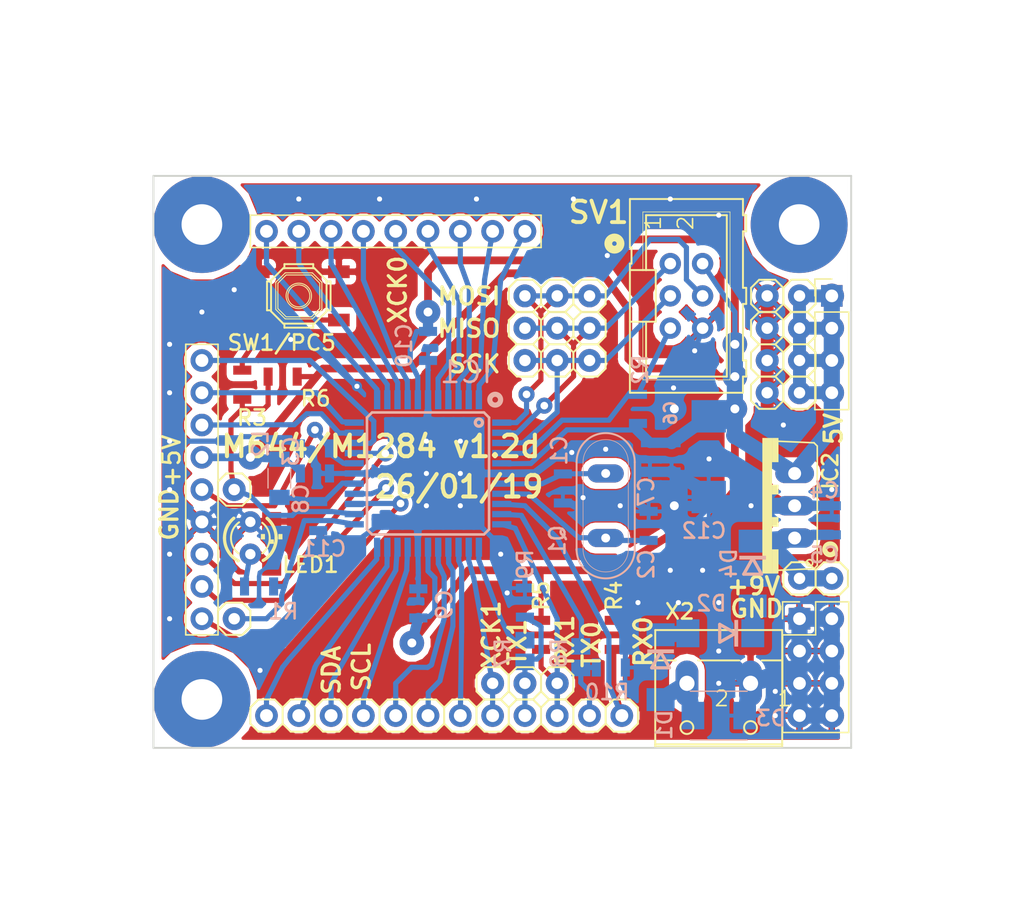
<source format=kicad_pcb>
(kicad_pcb (version 20171130) (host pcbnew "(5.0.2)-1")
  (title_block (title "M644/M1284 breakout board") (date 2019-04-02) (rev v1.2d) (company "(c) Ibragimov M. Russia Togliatty"))
  (layers (0 Top signal) (31 Bottom signal) (34 B.Paste user) (35 F.Paste user) (36 B.SilkS user) (37 F.SilkS user) (38 B.Mask user) (39 F.Mask user) (44 Edge.Cuts user))
  (net 0 "")
  (net 1 GND)
  (net 2 VCC)
  (net 3 /PB4)
  (net 4 /PB3)
  (net 5 /PB2)
  (net 6 /PB1)
  (net 7 /PB0)
  (net 8 /PA0)
  (net 9 /PA1)
  (net 10 /PA2)
  (net 11 /PA3)
  (net 12 /PA4)
  (net 13 /PA5)
  (net 14 /PA6)
  (net 15 /PA7)
  (net 16 /AREF)
  (net 17 "Net-(C11-PadP$1)")
  (net 18 /PC7)
  (net 19 /PC6)
  (net 20 /PC5)
  (net 21 /PC4)
  (net 22 /PC3)
  (net 23 /PC2)
  (net 24 /PC1)
  (net 25 /PC0)
  (net 26 /PD7)
  (net 27 /PD6)
  (net 28 /PD5)
  (net 29 /PD4)
  (net 30 /PD3)
  (net 31 /PD2)
  (net 32 /PD1)
  (net 33 /PD0)
  (net 34 "Net-(C2-PadP$1)")
  (net 35 "Net-(C1-PadP$1)")
  (net 36 /RESET)
  (net 37 /SCK)
  (net 38 /MISO)
  (net 39 /MOSI)
  (net 40 "Net-(C4-PadP$1)")
  (net 41 "Net-(LED1-PadA)")
  (net 42 /PD3')
  (net 43 /PD1')
  (net 44 "Net-(D1-PadA)")
  (net 45 "Net-(D1-PadC)")
  (net 46 "Net-(D2-PadC)")
  (net 47 "Net-(R3-PadP$1)")
  (module M644_breakout_v1.2d:SMBJ (layer Bottom) (at 165.6461 124.9636)
    (fp_text reference D3 (at 2.794 -0.5036) (layer B.SilkS) (effects (font (size 1.2065 1.2065) (thickness 0.2)) (justify right top mirror)))
    (fp_text value SM6T15CA)
    (pad A smd rect (at 2.04 0 180) (size 1.78 2.16) (layers Bottom B.Paste B.Mask) (net 1 GND))
    (pad C smd rect (at -2.03 0) (size 1.78 2.16) (layers Bottom B.Paste B.Mask) (net 44 "Net-(D1-PadA)"))
  )
  (module M644_breakout_v1.2d:DO214AA (layer Bottom) (at 161.0741 121.1536 270)
    (fp_text reference D1 (at 5.8464 0.4191 270) (layer B.SilkS) (effects (font (size 1.2065 1.2065) (thickness 0.2)) (justify right top mirror)))
    (fp_text value SM4007)
    (pad A smd rect (at 2.55 0 270) (size 1.8 2.2) (layers Bottom B.Paste B.Mask) (net 44 "Net-(D1-PadA)"))
    (pad C smd rect (at -2.55 0 270) (size 1.8 2.2) (layers Bottom B.Paste B.Mask) (net 45 "Net-(D1-PadC)"))
  )
  (module M644_breakout_v1.2d:DO214AA (layer Bottom) (at 165.7731 118.4866 180)
    (fp_text reference D2 (at -0.5969 1.6466) (layer B.SilkS) (effects (font (size 1.2065 1.2065) (thickness 0.2)) (justify left bottom mirror)))
    (fp_text value SM4007)
    (pad A smd rect (at 2.55 0 180) (size 1.8 2.2) (layers Bottom B.Paste B.Mask) (net 45 "Net-(D1-PadC)"))
    (pad C smd rect (at -2.55 0 180) (size 1.8 2.2) (layers Bottom B.Paste B.Mask) (net 46 "Net-(D2-PadC)"))
  )
  (module M644_breakout_v1.2d:DO214AA (layer Bottom) (at 168.3131 113.7876 270)
    (fp_text reference D4 (at 0.5124 2.5781 270) (layer B.SilkS) (effects (font (size 1.2065 1.2065) (thickness 0.2)) (justify right top mirror)))
    (fp_text value SM4007)
    (pad A smd rect (at 2.55 0 270) (size 1.8 2.2) (layers Bottom B.Paste B.Mask) (net 46 "Net-(D2-PadC)"))
    (pad C smd rect (at -2.55 0 270) (size 1.8 2.2) (layers Bottom B.Paste B.Mask) (net 40 "Net-(C4-PadP$1)"))
  )
  (module M644_breakout_v1.2d:D_7343-31R (layer Bottom) (at 164.8587 104.5928 90)
    (fp_text reference C12 (at -6.5322 1.5113 180) (layer B.SilkS) (effects (font (size 1.2065 1.2065) (thickness 0.2)) (justify left bottom mirror)))
    (fp_text value 100uF)
    (pad - smd rect (at -3.175 0 90) (size 2.55 2.7) (layers Bottom B.Paste B.Mask) (net 1 GND))
    (pad + smd rect (at 3.175 0 90) (size 2.55 2.7) (layers Bottom B.Paste B.Mask) (net 2 VCC))
  )
  (module M644_breakout_v1.2d:CHIPLED_1206 (layer Top) (at 130.4925 111.4508)
    (fp_text reference LED1_SMD1 hide)
    (fp_text value LED_RED/PC4/20)
    (pad A smd rect (at 0 1.75) (size 1.5 1.5) (layers Top F.Paste F.Mask) (net 41 "Net-(LED1-PadA)"))
    (pad C smd rect (at 0 -1.75) (size 1.5 1.5) (layers Top F.Paste F.Mask) (net 1 GND))
  )
  (module M644_breakout_v1.2d:L3216C (layer Bottom) (at 131.1021 106.2946 270)
    (fp_text reference L2 (at -1.5196 2.1971 90) (layer B.SilkS) (effects (font (size 1.2065 1.2065) (thickness 0.2)) (justify right top mirror)))
    (fp_text value 10uH)
    (pad 2 smd rect (at 1.5 0 270) (size 1.2 1.6) (layers Bottom B.Paste B.Mask) (net 17 "Net-(C11-PadP$1)"))
    (pad 1 smd rect (at -1.5 0 270) (size 1.2 1.6) (layers Bottom B.Paste B.Mask) (net 2 VCC))
  )
  (module M644_breakout_v1.2d:SW_TACT_SMALL (layer Top) (at 132.6261 91.9436 180)
    (fp_text reference SW1/PC5 (at -3.04 -2.9825) (layer F.SilkS) (effects (font (size 1.2065 1.2065) (thickness 0.2)) (justify right top)))
    (fp_text value SMD_TACT_4x4 hide)
    (pad 4 smd rect (at 3.15 1.9 270) (size 1 1.7) (layers Top F.Paste F.Mask) (net 1 GND))
    (pad 3 smd rect (at -3.15 1.9 270) (size 1 1.7) (layers Top F.Paste F.Mask) (net 1 GND))
    (pad 2 smd rect (at 3.15 -1.9 270) (size 1 1.7) (layers Top F.Paste F.Mask) (net 47 "Net-(R3-PadP$1)"))
    (pad 1 smd rect (at -3.15 -1.9 270) (size 1 1.7) (layers Top F.Paste F.Mask) (net 47 "Net-(R3-PadP$1)"))
  )
  (module M644_breakout_v1.2d:TO220V (layer Top) (at 169.0751 108.4536 90)
    (fp_text reference IC2 (at 1.1386 6.0452 90) (layer F.SilkS) (effects (font (size 1.2065 1.2065) (thickness 0.2)) (justify left bottom)))
    (fp_text value 78TV)
    (pad 3 thru_hole oval (at 2.54 2.54 180) (size 3.048 1.524) (drill 1.016) (layers *.Cu *.Mask) (net 2 VCC))
    (pad 2 thru_hole oval (at 0 2.54 180) (size 3.048 1.524) (drill 1.016) (layers *.Cu *.Mask) (net 1 GND))
    (pad 1 thru_hole oval (at -2.54 2.54 180) (size 3.048 1.524) (drill 1.016) (layers *.Cu *.Mask) (net 40 "Net-(C4-PadP$1)"))
  )
  (module M644_breakout_v1.2d:ML6 (layer Top) (at 163.1061 91.9436 270)
    (fp_text reference SV1 (at -5.5836 9.4361) (layer F.SilkS) (effects (font (size 1.6891 1.6891) (thickness 0.3)) (justify left bottom)))
    (fp_text value ISP_6PIN)
    (fp_text user 2 (at -5.08 -0.635 270) (layer F.SilkS) (effects (font (size 1.2065 1.2065) (thickness 0.127)) (justify left bottom)))
    (fp_text user 1 (at -5.08 1.905 270) (layer F.SilkS) (effects (font (size 1.2065 1.2065) (thickness 0.127)) (justify left bottom)))
    (pad 6 thru_hole circle (at 2.54 -1.27 270) (size 1.6764 1.6764) (drill 0.9144) (layers *.Cu *.Mask) (net 1 GND))
    (pad 5 thru_hole circle (at 2.54 1.27 270) (size 1.6764 1.6764) (drill 0.9144) (layers *.Cu *.Mask) (net 36 /RESET))
    (pad 4 thru_hole circle (at 0 -1.27 270) (size 1.6764 1.6764) (drill 0.9144) (layers *.Cu *.Mask) (net 39 /MOSI))
    (pad 3 thru_hole circle (at 0 1.27 270) (size 1.6764 1.6764) (drill 0.9144) (layers *.Cu *.Mask) (net 37 /SCK))
    (pad 2 thru_hole circle (at -2.54 -1.27 270) (size 1.6764 1.6764) (drill 0.9144) (layers *.Cu *.Mask) (net 2 VCC))
    (pad 1 thru_hole circle (at -2.54 1.27 270) (size 1.6764 1.6764) (drill 0.9144) (layers *.Cu *.Mask) (net 38 /MISO))
  )
  (module M644_breakout_v1.2d:1X12 (layer Top) (at 144.0561 124.9636 180)
    (fp_text reference JP3 hide)
    (fp_text value PIN1x12)
    (pad 12 thru_hole circle (at 13.97 0 270) (size 1.778 1.778) (drill 1.016) (layers *.Cu *.Mask) (net 22 /PC3))
    (pad 11 thru_hole circle (at 11.43 0 270) (size 1.778 1.778) (drill 1.016) (layers *.Cu *.Mask) (net 23 /PC2))
    (pad 10 thru_hole circle (at 8.89 0 270) (size 1.778 1.778) (drill 1.016) (layers *.Cu *.Mask) (net 24 /PC1))
    (pad 9 thru_hole circle (at 6.35 0 270) (size 1.778 1.778) (drill 1.016) (layers *.Cu *.Mask) (net 25 /PC0))
    (pad 8 thru_hole circle (at 3.81 0 270) (size 1.778 1.778) (drill 1.016) (layers *.Cu *.Mask) (net 26 /PD7))
    (pad 7 thru_hole circle (at 1.27 0 270) (size 1.778 1.778) (drill 1.016) (layers *.Cu *.Mask) (net 27 /PD6))
    (pad 6 thru_hole circle (at -1.27 0 270) (size 1.778 1.778) (drill 1.016) (layers *.Cu *.Mask) (net 28 /PD5))
    (pad 5 thru_hole circle (at -3.81 0 270) (size 1.778 1.778) (drill 1.016) (layers *.Cu *.Mask) (net 29 /PD4))
    (pad 4 thru_hole circle (at -6.35 0 270) (size 1.778 1.778) (drill 1.016) (layers *.Cu *.Mask) (net 42 /PD3'))
    (pad 3 thru_hole circle (at -8.89 0 270) (size 1.778 1.778) (drill 1.016) (layers *.Cu *.Mask) (net 31 /PD2))
    (pad 2 thru_hole circle (at -11.43 0 270) (size 1.778 1.778) (drill 1.016) (layers *.Cu *.Mask) (net 43 /PD1'))
    (pad 1 thru_hole circle (at -13.97 0 270) (size 1.778 1.778) (drill 1.016) (layers *.Cu *.Mask) (net 33 /PD0))
  )
  (module M644_breakout_v1.2d:TQFP44 (layer Bottom) (at 142.7861 105.9136 180)
    (fp_text reference IC1 (at -5.1689 6.985) (layer B.SilkS) (effects (font (size 1.6891 1.6891) (thickness 0.2)) (justify left bottom mirror)))
    (fp_text value ATMEGA16/32/644/1284)
    (pad 44 smd rect (at -4 5.8 180) (size 0.5 1.5) (layers Bottom B.Paste B.Mask) (net 3 /PB4))
    (pad 43 smd rect (at -3.2 5.8 180) (size 0.5 1.5) (layers Bottom B.Paste B.Mask) (net 4 /PB3))
    (pad 42 smd rect (at -2.4 5.8 180) (size 0.5 1.5) (layers Bottom B.Paste B.Mask) (net 5 /PB2))
    (pad 41 smd rect (at -1.6 5.8 180) (size 0.5 1.5) (layers Bottom B.Paste B.Mask) (net 6 /PB1))
    (pad 40 smd rect (at -0.8 5.8 180) (size 0.5 1.5) (layers Bottom B.Paste B.Mask) (net 7 /PB0))
    (pad 39 smd rect (at 0 5.8 180) (size 0.5 1.5) (layers Bottom B.Paste B.Mask) (net 1 GND))
    (pad 38 smd rect (at 0.8 5.8 180) (size 0.5 1.5) (layers Bottom B.Paste B.Mask) (net 2 VCC))
    (pad 37 smd rect (at 1.6 5.8 180) (size 0.5 1.5) (layers Bottom B.Paste B.Mask) (net 8 /PA0))
    (pad 36 smd rect (at 2.4 5.8 180) (size 0.5 1.5) (layers Bottom B.Paste B.Mask) (net 9 /PA1))
    (pad 35 smd rect (at 3.2 5.8 180) (size 0.5 1.5) (layers Bottom B.Paste B.Mask) (net 10 /PA2))
    (pad 34 smd rect (at 4 5.8 180) (size 0.5 1.5) (layers Bottom B.Paste B.Mask) (net 11 /PA3))
    (pad 33 smd rect (at 5.8 4 180) (size 1.5 0.5) (layers Bottom B.Paste B.Mask) (net 12 /PA4))
    (pad 32 smd rect (at 5.8 3.2 180) (size 1.5 0.5) (layers Bottom B.Paste B.Mask) (net 13 /PA5))
    (pad 31 smd rect (at 5.8 2.4 180) (size 1.5 0.5) (layers Bottom B.Paste B.Mask) (net 14 /PA6))
    (pad 30 smd rect (at 5.8 1.6 180) (size 1.5 0.5) (layers Bottom B.Paste B.Mask) (net 15 /PA7))
    (pad 29 smd rect (at 5.8 0.8 180) (size 1.5 0.5) (layers Bottom B.Paste B.Mask) (net 16 /AREF))
    (pad 28 smd rect (at 5.8 0 180) (size 1.5 0.5) (layers Bottom B.Paste B.Mask) (net 1 GND))
    (pad 27 smd rect (at 5.8 -0.8 180) (size 1.5 0.5) (layers Bottom B.Paste B.Mask) (net 17 "Net-(C11-PadP$1)"))
    (pad 26 smd rect (at 5.8 -1.6 180) (size 1.5 0.5) (layers Bottom B.Paste B.Mask) (net 18 /PC7))
    (pad 25 smd rect (at 5.8 -2.4 180) (size 1.5 0.5) (layers Bottom B.Paste B.Mask) (net 19 /PC6))
    (pad 24 smd rect (at 5.8 -3.2 180) (size 1.5 0.5) (layers Bottom B.Paste B.Mask) (net 20 /PC5))
    (pad 23 smd rect (at 5.8 -4 180) (size 1.5 0.5) (layers Bottom B.Paste B.Mask) (net 21 /PC4))
    (pad 22 smd rect (at 4 -5.8 180) (size 0.5 1.5) (layers Bottom B.Paste B.Mask) (net 22 /PC3))
    (pad 21 smd rect (at 3.2 -5.8 180) (size 0.5 1.5) (layers Bottom B.Paste B.Mask) (net 23 /PC2))
    (pad 20 smd rect (at 2.4 -5.8 180) (size 0.5 1.5) (layers Bottom B.Paste B.Mask) (net 24 /PC1))
    (pad 19 smd rect (at 1.6 -5.8 180) (size 0.5 1.5) (layers Bottom B.Paste B.Mask) (net 25 /PC0))
    (pad 18 smd rect (at 0.8 -5.8 180) (size 0.5 1.5) (layers Bottom B.Paste B.Mask) (net 1 GND))
    (pad 17 smd rect (at 0 -5.8 180) (size 0.5 1.5) (layers Bottom B.Paste B.Mask) (net 2 VCC))
    (pad 16 smd rect (at -0.8 -5.8 180) (size 0.5 1.5) (layers Bottom B.Paste B.Mask) (net 26 /PD7))
    (pad 15 smd rect (at -1.6 -5.8 180) (size 0.5 1.5) (layers Bottom B.Paste B.Mask) (net 27 /PD6))
    (pad 14 smd rect (at -2.4 -5.8 180) (size 0.5 1.5) (layers Bottom B.Paste B.Mask) (net 28 /PD5))
    (pad 13 smd rect (at -3.2 -5.8 180) (size 0.5 1.5) (layers Bottom B.Paste B.Mask) (net 29 /PD4))
    (pad 12 smd rect (at -4 -5.8 180) (size 0.5 1.5) (layers Bottom B.Paste B.Mask) (net 30 /PD3))
    (pad 11 smd rect (at -5.8 -4 180) (size 1.5 0.5) (layers Bottom B.Paste B.Mask) (net 31 /PD2))
    (pad 10 smd rect (at -5.8 -3.2 180) (size 1.5 0.5) (layers Bottom B.Paste B.Mask) (net 32 /PD1))
    (pad 9 smd rect (at -5.8 -2.4 180) (size 1.5 0.5) (layers Bottom B.Paste B.Mask) (net 33 /PD0))
    (pad 8 smd rect (at -5.8 -1.6 180) (size 1.5 0.5) (layers Bottom B.Paste B.Mask) (net 34 "Net-(C2-PadP$1)"))
    (pad 7 smd rect (at -5.8 -0.8 180) (size 1.5 0.5) (layers Bottom B.Paste B.Mask) (net 35 "Net-(C1-PadP$1)"))
    (pad 6 smd rect (at -5.8 0 180) (size 1.5 0.5) (layers Bottom B.Paste B.Mask) (net 1 GND))
    (pad 5 smd rect (at -5.8 0.8 180) (size 1.5 0.5) (layers Bottom B.Paste B.Mask) (net 2 VCC))
    (pad 4 smd rect (at -5.8 1.6 180) (size 1.5 0.5) (layers Bottom B.Paste B.Mask) (net 36 /RESET))
    (pad 3 smd rect (at -5.8 2.4 180) (size 1.5 0.5) (layers Bottom B.Paste B.Mask) (net 37 /SCK))
    (pad 2 smd rect (at -5.8 3.2 180) (size 1.5 0.5) (layers Bottom B.Paste B.Mask) (net 38 /MISO))
    (pad 1 smd rect (at -5.8 4 180) (size 1.5 0.5) (layers Bottom B.Paste B.Mask) (net 39 /MOSI))
  )
  (module M644_breakout_v1.2d:R0805H (layer Bottom) (at 159.2961 100.8336 270)
    (fp_text reference R2 (at -1.7736 0.5461 90) (layer B.SilkS) (effects (font (size 1.2065 1.2065) (thickness 0.2)) (justify right top mirror)))
    (fp_text value 4.7KOm)
    (pad P$2 smd rect (at 1.143 0 180) (size 1.4224 0.7112) (layers Bottom B.Paste B.Mask) (net 2 VCC))
    (pad P$1 smd rect (at -1.143 0 180) (size 1.4224 0.7112) (layers Bottom B.Paste B.Mask) (net 36 /RESET))
  )
  (module M644_breakout_v1.2d:R0805H (layer Bottom) (at 129.5019 114.8036 180)
    (fp_text reference R1 (at -3.2131 -2.6714) (layer B.SilkS) (effects (font (size 1.2065 1.2065) (thickness 0.2)) (justify left bottom mirror)))
    (fp_text value 1Kom)
    (pad P$2 smd rect (at 1.143 0 90) (size 1.4224 0.7112) (layers Bottom B.Paste B.Mask) (net 41 "Net-(LED1-PadA)"))
    (pad P$1 smd rect (at -1.143 0 90) (size 1.4224 0.7112) (layers Bottom B.Paste B.Mask) (net 21 /PC4))
  )
  (module M644_breakout_v1.2d:R0805H (layer Top) (at 128.1811 98.9286 270)
    (fp_text reference R3 (at 3.3064 0.5461) (layer F.SilkS) (effects (font (size 1.2065 1.2065) (thickness 0.2)) (justify left bottom)))
    (fp_text value 510Om)
    (pad P$2 smd rect (at 1.143 0) (size 1.4224 0.7112) (layers Top F.Paste F.Mask) (net 20 /PC5))
    (pad P$1 smd rect (at -1.143 0) (size 1.4224 0.7112) (layers Top F.Paste F.Mask) (net 47 "Net-(R3-PadP$1)"))
  )
  (module M644_breakout_v1.2d:R0805H (layer Top) (at 157.3911 118.6136 90)
    (fp_text reference R4 (at 1.7736 0.7239 90) (layer F.SilkS) (effects (font (size 1.2065 1.2065) (thickness 0.2)) (justify left bottom)))
    (fp_text value 10KOm)
    (pad P$2 smd rect (at 1.143 0 180) (size 1.4224 0.7112) (layers Top F.Paste F.Mask) (net 2 VCC))
    (pad P$1 smd rect (at -1.143 0 180) (size 1.4224 0.7112) (layers Top F.Paste F.Mask) (net 33 /PD0))
  )
  (module M644_breakout_v1.2d:R0805H (layer Top) (at 151.6761 118.6136 90)
    (fp_text reference R5 (at 1.7736 0.7239 90) (layer F.SilkS) (effects (font (size 1.2065 1.2065) (thickness 0.2)) (justify left bottom)))
    (fp_text value 10KOm)
    (pad P$2 smd rect (at 1.143 0 180) (size 1.4224 0.7112) (layers Top F.Paste F.Mask) (net 2 VCC))
    (pad P$1 smd rect (at -1.143 0 180) (size 1.4224 0.7112) (layers Top F.Paste F.Mask) (net 31 /PD2))
  )
  (module M644_breakout_v1.2d:R0805H (layer Top) (at 131.3561 98.2936 180)
    (fp_text reference R6 (at -3.8989 -1.016) (layer F.SilkS) (effects (font (size 1.2065 1.2065) (thickness 0.2)) (justify right top)))
    (fp_text value 10kOm)
    (pad P$2 smd rect (at 1.143 0 270) (size 1.4224 0.7112) (layers Top F.Paste F.Mask) (net 20 /PC5))
    (pad P$1 smd rect (at -1.143 0 270) (size 1.4224 0.7112) (layers Top F.Paste F.Mask) (net 2 VCC))
  )
  (module M644_breakout_v1.2d:R0805H (layer Bottom) (at 150.4061 116.0736 90)
    (fp_text reference R9 (at 4.3136 0.7239 90) (layer B.SilkS) (effects (font (size 1.2065 1.2065) (thickness 0.2)) (justify left bottom mirror)))
    (fp_text value 2Kom)
    (pad P$2 smd rect (at 1.143 0) (size 1.4224 0.7112) (layers Bottom B.Paste B.Mask) (net 1 GND))
    (pad P$1 smd rect (at -1.143 0) (size 1.4224 0.7112) (layers Bottom B.Paste B.Mask) (net 42 /PD3'))
  )
  (module M644_breakout_v1.2d:R0805H (layer Bottom) (at 157.1625 121.179)
    (fp_text reference R10 (at 1.5875 2.646) (layer B.SilkS) (effects (font (size 1.2065 1.2065) (thickness 0.2)) (justify left bottom mirror)))
    (fp_text value 2Kom)
    (pad P$2 smd rect (at 1.143 0 270) (size 1.4224 0.7112) (layers Bottom B.Paste B.Mask) (net 1 GND))
    (pad P$1 smd rect (at -1.143 0 270) (size 1.4224 0.7112) (layers Bottom B.Paste B.Mask) (net 43 /PD1'))
  )
  (module M644_breakout_v1.2d:QS (layer Bottom) (at 156.7561 108.4536 90)
    (fp_text reference Q1 (at -1.4014 -3.0861 90) (layer B.SilkS) (effects (font (size 1.2065 1.2065) (thickness 0.2)) (justify left bottom mirror)))
    (fp_text value 16Mhz)
    (pad 2 thru_hole oval (at 2.54 0) (size 2.8448 1.4224) (drill 0.7) (layers *.Cu *.Mask) (net 35 "Net-(C1-PadP$1)"))
    (pad 1 thru_hole oval (at -2.54 0) (size 2.8448 1.4224) (drill 0.7) (layers *.Cu *.Mask) (net 34 "Net-(C2-PadP$1)"))
  )
  (module M644_breakout_v1.2d:C0805H (layer Bottom) (at 160.1343 110.0411 90)
    (fp_text reference C2 (at -1.7189 0.5207 90) (layer B.SilkS) (effects (font (size 1.2065 1.2065) (thickness 0.2)) (justify left bottom mirror)))
    (fp_text value 18pf)
    (pad P$2 smd rect (at 1.143 0) (size 1.4224 0.7112) (layers Bottom B.Paste B.Mask) (net 1 GND))
    (pad P$1 smd rect (at -1.143 0) (size 1.4224 0.7112) (layers Bottom B.Paste B.Mask) (net 34 "Net-(C2-PadP$1)"))
  )
  (module M644_breakout_v1.2d:C0805H (layer Bottom) (at 153.3906 107.0947 270)
    (fp_text reference C1 (at -1.6847 0.9906 90) (layer B.SilkS) (effects (font (size 1.2065 1.2065) (thickness 0.2)) (justify right top mirror)))
    (fp_text value 18pf)
    (pad P$2 smd rect (at 1.143 0 180) (size 1.4224 0.7112) (layers Bottom B.Paste B.Mask) (net 1 GND))
    (pad P$1 smd rect (at -1.143 0 180) (size 1.4224 0.7112) (layers Bottom B.Paste B.Mask) (net 35 "Net-(C1-PadP$1)"))
  )
  (module M644_breakout_v1.2d:C0805H (layer Bottom) (at 160.2359 104.6436 270)
    (fp_text reference C7 (at 1.4014 -0.4191 90) (layer B.SilkS) (effects (font (size 1.2065 1.2065) (thickness 0.2)) (justify left bottom mirror)))
    (fp_text value 0.1mF)
    (pad P$2 smd rect (at 1.143 0 180) (size 1.4224 0.7112) (layers Bottom B.Paste B.Mask) (net 1 GND))
    (pad P$1 smd rect (at -1.143 0 180) (size 1.4224 0.7112) (layers Bottom B.Paste B.Mask) (net 2 VCC))
  )
  (module M644_breakout_v1.2d:C0805H (layer Bottom) (at 133.8961 103.9451)
    (fp_text reference C3 (at -1.1811 -1.0751 -90) (layer B.SilkS) (effects (font (size 1.2065 1.2065) (thickness 0.2)) (justify left bottom mirror)))
    (fp_text value 0.1mF)
    (pad P$2 smd rect (at 1.143 0 270) (size 1.4224 0.7112) (layers Bottom B.Paste B.Mask) (net 16 /AREF))
    (pad P$1 smd rect (at -1.143 0 270) (size 1.4224 0.7112) (layers Bottom B.Paste B.Mask) (net 1 GND))
  )
  (module M644_breakout_v1.2d:C0805H (layer Bottom) (at 173.0883 109.5966 90)
    (fp_text reference C5 (at -3.4334 2.1717 180) (layer B.SilkS) (effects (font (size 1.2 1.2) (thickness 0.2)) (justify left bottom mirror)))
    (fp_text value 0.1mF)
    (pad P$2 smd rect (at 1.143 0) (size 1.4224 0.7112) (layers Bottom B.Paste B.Mask) (net 1 GND))
    (pad P$1 smd rect (at -1.143 0) (size 1.4224 0.7112) (layers Bottom B.Paste B.Mask) (net 40 "Net-(C4-PadP$1)"))
  )
  (module M644_breakout_v1.2d:LED3MM (layer Top) (at 128.8161 110.9936 90)
    (fp_text reference LED1 (at -1.4014 7.0739) (layer F.SilkS) (effects (font (size 1.2065 1.2065) (thickness 0.2)) (justify right top)))
    (fp_text value LED_RED/PC4/20)
    (pad K thru_hole circle (at 1.27 0 90) (size 1.6764 1.6764) (drill 0.8128) (layers *.Cu *.Mask) (net 1 GND))
    (pad A thru_hole circle (at -1.27 0 90) (size 1.6764 1.6764) (drill 0.8128) (layers *.Cu *.Mask) (net 41 "Net-(LED1-PadA)"))
  )
  (module M644_breakout_v1.2d:C0805H (layer Bottom) (at 133.8961 105.9136 180)
    (fp_text reference C8 (at 1.8161 -3.3064 270) (layer B.SilkS) (effects (font (size 1.2065 1.2065) (thickness 0.2)) (justify right top mirror)))
    (fp_text value 0.1mF)
    (pad P$2 smd rect (at 1.143 0 90) (size 1.4224 0.7112) (layers Bottom B.Paste B.Mask) (net 2 VCC))
    (pad P$1 smd rect (at -1.143 0 90) (size 1.4224 0.7112) (layers Bottom B.Paste B.Mask) (net 1 GND))
  )
  (module M644_breakout_v1.2d:C0805H (layer Bottom) (at 142.0241 116.1371 270)
    (fp_text reference C9 (at -1.2021 -2.7559 270) (layer B.SilkS) (effects (font (size 1.2065 1.2065) (thickness 0.2)) (justify left bottom mirror)))
    (fp_text value 0.1mF)
    (pad P$2 smd rect (at 1.143 0 180) (size 1.4224 0.7112) (layers Bottom B.Paste B.Mask) (net 2 VCC))
    (pad P$1 smd rect (at -1.143 0 180) (size 1.4224 0.7112) (layers Bottom B.Paste B.Mask) (net 1 GND))
  )
  (module M644_breakout_v1.2d:C0805H (layer Bottom) (at 142.7861 95.8806 90)
    (fp_text reference C10 (at 1.9006 -1.1811 90) (layer B.SilkS) (effects (font (size 1.2065 1.2065) (thickness 0.2)) (justify left bottom mirror)))
    (fp_text value 0.1mF)
    (pad P$2 smd rect (at 1.143 0) (size 1.4224 0.7112) (layers Bottom B.Paste B.Mask) (net 2 VCC))
    (pad P$1 smd rect (at -1.143 0) (size 1.4224 0.7112) (layers Bottom B.Paste B.Mask) (net 1 GND))
  )
  (module M644_breakout_v1.2d:C0805H (layer Bottom) (at 134.1501 109.2664 270)
    (fp_text reference C11 (at 1.8586 1.4351 180) (layer B.SilkS) (effects (font (size 1.2065 1.2065) (thickness 0.2)) (justify right top mirror)))
    (fp_text value 0.1mF)
    (pad P$2 smd rect (at 1.143 0 180) (size 1.4224 0.7112) (layers Bottom B.Paste B.Mask) (net 1 GND))
    (pad P$1 smd rect (at -1.143 0 180) (size 1.4224 0.7112) (layers Bottom B.Paste B.Mask) (net 17 "Net-(C11-PadP$1)"))
  )
  (module M644_breakout_v1.2d:1X09-BIG (layer Top) (at 140.2461 86.8636 180)
    (fp_text reference JP1 hide)
    (fp_text value PIN1x9)
    (pad 9 thru_hole circle (at 10.16 0 270) (size 1.778 1.778) (drill 1.016) (layers *.Cu *.Mask) (net 11 /PA3))
    (pad 8 thru_hole circle (at 7.62 0 270) (size 1.778 1.778) (drill 1.016) (layers *.Cu *.Mask) (net 10 /PA2))
    (pad 7 thru_hole circle (at 5.08 0 270) (size 1.778 1.778) (drill 1.016) (layers *.Cu *.Mask) (net 9 /PA1))
    (pad 6 thru_hole circle (at 2.54 0 270) (size 1.778 1.778) (drill 1.016) (layers *.Cu *.Mask) (net 8 /PA0))
    (pad 5 thru_hole circle (at 0 0 270) (size 1.778 1.778) (drill 1.016) (layers *.Cu *.Mask) (net 7 /PB0))
    (pad 4 thru_hole circle (at -2.54 0 270) (size 1.778 1.778) (drill 1.016) (layers *.Cu *.Mask) (net 6 /PB1))
    (pad 3 thru_hole circle (at -5.08 0 270) (size 1.778 1.778) (drill 1.016) (layers *.Cu *.Mask) (net 5 /PB2))
    (pad 2 thru_hole circle (at -7.62 0 270) (size 1.778 1.778) (drill 1.016) (layers *.Cu *.Mask) (net 4 /PB3))
    (pad 1 thru_hole circle (at -10.16 0 270) (size 1.778 1.778) (drill 1.016) (layers *.Cu *.Mask) (net 3 /PB4))
  )
  (module M644_breakout_v1.2d:1X09-BIG (layer Top) (at 125.0061 107.1836 270)
    (fp_text reference JP2 hide)
    (fp_text value PIN1x9)
    (pad 9 thru_hole circle (at 10.16 0) (size 1.778 1.778) (drill 1.016) (layers *.Cu *.Mask) (net 19 /PC6))
    (pad 8 thru_hole circle (at 7.62 0) (size 1.778 1.778) (drill 1.016) (layers *.Cu *.Mask) (net 18 /PC7))
    (pad 7 thru_hole circle (at 5.08 0) (size 1.778 1.778) (drill 1.016) (layers *.Cu *.Mask) (net 15 /PA7))
    (pad 6 thru_hole circle (at 2.54 0) (size 1.778 1.778) (drill 1.016) (layers *.Cu *.Mask) (net 1 GND))
    (pad 5 thru_hole circle (at 0 0) (size 1.778 1.778) (drill 1.016) (layers *.Cu *.Mask) (net 16 /AREF))
    (pad 4 thru_hole circle (at -2.54 0) (size 1.778 1.778) (drill 1.016) (layers *.Cu *.Mask) (net 2 VCC))
    (pad 3 thru_hole circle (at -5.08 0) (size 1.778 1.778) (drill 1.016) (layers *.Cu *.Mask) (net 13 /PA5))
    (pad 2 thru_hole circle (at -7.62 0) (size 1.778 1.778) (drill 1.016) (layers *.Cu *.Mask) (net 12 /PA4))
    (pad 1 thru_hole circle (at -10.16 0) (size 1.778 1.778) (drill 1.016) (layers *.Cu *.Mask) (net 14 /PA6))
  )
  (module M644_breakout_v1.2d:C0805H (layer Bottom) (at 174.5361 109.5966 90)
    (fp_text reference C4 (at 1.6466 0.7239 180) (layer B.SilkS) (effects (font (size 1.2065 1.2065) (thickness 0.2)) (justify left bottom mirror)))
    (fp_text value 10uF)
    (pad P$2 smd rect (at 1.143 0) (size 1.4224 0.7112) (layers Bottom B.Paste B.Mask) (net 1 GND))
    (pad P$1 smd rect (at -1.143 0) (size 1.4224 0.7112) (layers Bottom B.Paste B.Mask) (net 40 "Net-(C4-PadP$1)"))
  )
  (module M644_breakout_v1.2d:C0805H (layer Bottom) (at 161.9377 104.6436 270)
    (fp_text reference C6 (at -2.4086 0.6477 270) (layer B.SilkS) (effects (font (size 0.9652 0.9652) (thickness 0.2)) (justify right top mirror)))
    (fp_text value 22uF)
    (pad P$2 smd rect (at 1.143 0 180) (size 1.4224 0.7112) (layers Bottom B.Paste B.Mask) (net 1 GND))
    (pad P$1 smd rect (at -1.143 0 180) (size 1.4224 0.7112) (layers Bottom B.Paste B.Mask) (net 2 VCC))
  )
  (module M644_breakout_v1.2d:W237-102 (layer Top) (at 165.6461 123.6936 180)
    (fp_text reference X2 (at 1.778 7.62) (layer F.SilkS) (effects (font (size 1.2065 1.2065) (thickness 0.2)) (justify right top)))
    (fp_text value DG300-5.0-02P-12)
    (fp_text user 2 (at 0.421 -0.635 180) (layer F.SilkS) (effects (font (size 1.2065 1.2065) (thickness 0.127)) (justify left bottom)))
    (fp_text user 1 (at -4.532 -0.635 180) (layer F.SilkS) (effects (font (size 1.2065 1.2065) (thickness 0.127)) (justify left bottom)))
    (pad 2 thru_hole oval (at 2.5 1.27 270) (size 3.5814 1.7907) (drill 1.1938) (layers *.Cu *.Mask) (net 44 "Net-(D1-PadA)"))
    (pad 1 thru_hole oval (at -2.5 1.27 270) (size 3.5814 1.7907) (drill 1.1938) (layers *.Cu *.Mask) (net 1 GND))
  )
  (module M644_breakout_v1.2d:1X01 (layer Top) (at 150.4061 97.0236)
    (fp_text reference JP4 hide)
    (fp_text value PINx1)
    (pad 1 thru_hole circle (at 0 0) (size 1.8 1.8) (drill 0.9) (layers *.Cu *.Mask) (net 37 /SCK))
  )
  (module M644_breakout_v1.2d:1X01 (layer Top) (at 152.9461 97.0236)
    (fp_text reference JP5 hide)
    (fp_text value PINx1)
    (pad 1 thru_hole circle (at 0 0) (size 1.8 1.8) (drill 0.9) (layers *.Cu *.Mask) (net 37 /SCK))
  )
  (module M644_breakout_v1.2d:1X01 (layer Top) (at 152.9461 94.4836)
    (fp_text reference JP6 hide)
    (fp_text value PINx1)
    (pad 1 thru_hole circle (at 0 0) (size 1.8 1.8) (drill 0.9) (layers *.Cu *.Mask) (net 38 /MISO))
  )
  (module M644_breakout_v1.2d:1X01 (layer Top) (at 150.4061 94.4836)
    (fp_text reference JP7 hide)
    (fp_text value PINx1)
    (pad 1 thru_hole circle (at 0 0) (size 1.8 1.8) (drill 0.9) (layers *.Cu *.Mask) (net 38 /MISO))
  )
  (module M644_breakout_v1.2d:1X01 (layer Top) (at 150.4061 91.9436)
    (fp_text reference JP8 hide)
    (fp_text value PINx1)
    (pad 1 thru_hole circle (at 0 0) (size 1.8 1.8) (drill 0.9) (layers *.Cu *.Mask) (net 39 /MOSI))
  )
  (module M644_breakout_v1.2d:1X01 (layer Top) (at 152.9461 91.9436)
    (fp_text reference JP9 hide)
    (fp_text value PINx1)
    (pad 1 thru_hole circle (at 0 0) (size 1.8 1.8) (drill 0.9) (layers *.Cu *.Mask) (net 39 /MOSI))
  )
  (module M644_breakout_v1.2d:1X01 (layer Top) (at 155.4861 97.0236)
    (fp_text reference JP11 hide)
    (fp_text value PINx1)
    (pad 1 thru_hole circle (at 0 0) (size 1.8 1.8) (drill 0.9) (layers *.Cu *.Mask) (net 37 /SCK))
  )
  (module M644_breakout_v1.2d:1X01 (layer Top) (at 155.4861 94.4836)
    (fp_text reference JP12 hide)
    (fp_text value PINx1)
    (pad 1 thru_hole circle (at 0 0) (size 1.8 1.8) (drill 0.9) (layers *.Cu *.Mask) (net 38 /MISO))
  )
  (module M644_breakout_v1.2d:1X01 (layer Top) (at 155.4861 91.9436)
    (fp_text reference JP13 hide)
    (fp_text value PINx1)
    (pad 1 thru_hole circle (at 0 0) (size 1.8 1.8) (drill 0.9) (layers *.Cu *.Mask) (net 39 /MOSI))
  )
  (module M644_breakout_v1.2d:1X01 (layer Top) (at 171.9961 91.9436)
    (fp_text reference JP14 hide)
    (fp_text value PINx1)
    (pad 1 thru_hole circle (at 0 0) (size 1.8 1.8) (drill 0.9) (layers *.Cu *.Mask) (net 2 VCC))
  )
  (module M644_breakout_v1.2d:1X01 (layer Top) (at 171.9961 94.4836)
    (fp_text reference JP15 hide)
    (fp_text value PINx1)
    (pad 1 thru_hole circle (at 0 0) (size 1.8 1.8) (drill 0.9) (layers *.Cu *.Mask) (net 2 VCC))
  )
  (module M644_breakout_v1.2d:1X01 (layer Top) (at 171.9961 97.0236)
    (fp_text reference JP16 hide)
    (fp_text value PINx1)
    (pad 1 thru_hole circle (at 0 0) (size 1.8 1.8) (drill 0.9) (layers *.Cu *.Mask) (net 2 VCC))
  )
  (module M644_breakout_v1.2d:1X01 (layer Top) (at 171.9961 99.5636)
    (fp_text reference JP17 hide)
    (fp_text value PINx1)
    (pad 1 thru_hole circle (at 0 0) (size 1.8 1.8) (drill 0.9) (layers *.Cu *.Mask) (net 2 VCC))
  )
  (module M644_breakout_v1.2d:1X01 (layer Top) (at 169.4561 91.9436)
    (fp_text reference JP19 hide)
    (fp_text value PINx1)
    (pad 1 thru_hole circle (at 0 0) (size 1.8 1.8) (drill 0.9) (layers *.Cu *.Mask) (net 1 GND))
  )
  (module M644_breakout_v1.2d:1X01 (layer Top) (at 169.4561 94.4836)
    (fp_text reference JP20 hide)
    (fp_text value PINx1)
    (pad 1 thru_hole circle (at 0 0) (size 1.8 1.8) (drill 0.9) (layers *.Cu *.Mask) (net 1 GND))
  )
  (module M644_breakout_v1.2d:1X01 (layer Top) (at 169.4561 97.0236)
    (fp_text reference JP21 hide)
    (fp_text value PINx1)
    (pad 1 thru_hole circle (at 0 0) (size 1.8 1.8) (drill 0.9) (layers *.Cu *.Mask) (net 1 GND))
  )
  (module M644_breakout_v1.2d:1X01 (layer Top) (at 169.4561 99.5636)
    (fp_text reference JP22 hide)
    (fp_text value PINx1)
    (pad 1 thru_hole circle (at 0 0) (size 1.8 1.8) (drill 0.9) (layers *.Cu *.Mask) (net 1 GND))
  )
  (module M644_breakout_v1.2d:1X01 (layer Top) (at 152.9461 122.4236)
    (fp_text reference JP24 hide)
    (fp_text value PINx1)
    (pad 1 thru_hole circle (at 0 0) (size 1.8 1.8) (drill 0.9) (layers *.Cu *.Mask) (net 31 /PD2))
  )
  (module M644_breakout_v1.2d:1X01 (layer Top) (at 150.4061 122.4236)
    (fp_text reference JP25 hide)
    (fp_text value PINx1)
    (pad 1 thru_hole circle (at 0 0) (size 1.8 1.8) (drill 0.9) (layers *.Cu *.Mask) (net 42 /PD3'))
  )
  (module M644_breakout_v1.2d:1X01 (layer Top) (at 147.8661 122.4236)
    (fp_text reference JP26 hide)
    (fp_text value PINx1)
    (pad 1 thru_hole circle (at 0 0) (size 1.8 1.8) (drill 0.9) (layers *.Cu *.Mask) (net 29 /PD4))
  )
  (module M644_breakout_v1.2d:1X01 (layer Top) (at 127.5461 107.1836)
    (fp_text reference JP27 hide)
    (fp_text value PINx1)
    (pad 1 thru_hole circle (at 0 0) (size 1.8 1.8) (drill 0.9) (layers *.Cu *.Mask) (net 20 /PC5))
  )
  (module M644_breakout_v1.2d:1X01 (layer Top) (at 127.5461 117.3436)
    (fp_text reference JP28 hide)
    (fp_text value PINx1)
    (pad 1 thru_hole circle (at 0 0) (size 1.8 1.8) (drill 0.9) (layers *.Cu *.Mask) (net 21 /PC4))
  )
  (module M644_breakout_v1.2d:1X01 (layer Top) (at 171.9961 114.1686)
    (fp_text reference JP10 hide)
    (fp_text value PINx1)
    (pad 1 thru_hole circle (at 0 0) (size 1.8 1.8) (drill 0.9) (layers *.Cu *.Mask) (net 40 "Net-(C4-PadP$1)"))
  )
  (module M644_breakout_v1.2d:1X01 (layer Top) (at 174.5361 114.1686)
    (fp_text reference JP29 hide)
    (fp_text value PINx1)
    (pad 1 thru_hole circle (at 0 0) (size 1.8 1.8) (drill 0.9) (layers *.Cu *.Mask) (net 40 "Net-(C4-PadP$1)"))
  )
  (module M644_breakout_v1.2d:R0805 (layer Bottom) (at 150.4061 119.8836 270)
    (fp_text reference R7 (at -1.1386 1.016 270) (layer B.SilkS) (effects (font (size 1.2065 1.2065) (thickness 0.2)) (justify left bottom mirror)))
    (fp_text value 1Kom)
    (pad 2 smd rect (at 0.85 0 270) (size 1.3 1.5) (layers Bottom B.Paste B.Mask) (net 42 /PD3'))
    (pad 1 smd rect (at -0.85 0 270) (size 1.3 1.5) (layers Bottom B.Paste B.Mask) (net 30 /PD3))
  )
  (module M644_breakout_v1.2d:R0805 (layer Bottom) (at 154.8003 120.3662 270)
    (fp_text reference R8 (at -1.6212 1.016 270) (layer B.SilkS) (effects (font (size 1.2065 1.2065) (thickness 0.2)) (justify left bottom mirror)))
    (fp_text value 1Kom)
    (pad 2 smd rect (at 0.85 0 270) (size 1.3 1.5) (layers Bottom B.Paste B.Mask) (net 43 /PD1'))
    (pad 1 smd rect (at -0.85 0 270) (size 1.3 1.5) (layers Bottom B.Paste B.Mask) (net 32 /PD1))
  )
  (module Pin_Headers:Pin_Header_Straight_2x04_Pitch2.54mm (layer Top) (at 171.9961 117.3436)
    (fp_text reference REF** hide)
    (fp_text value Pin_Header_Straight_2x04_Pitch2.54mm)
    (pad 1 thru_hole rect (at 0 0) (size 1.7 1.7) (drill 1) (layers *.Cu *.Mask) (net 1 GND))
    (pad 2 thru_hole oval (at 2.54 0) (size 1.7 1.7) (drill 1) (layers *.Cu *.Mask) (net 1 GND))
    (pad 3 thru_hole oval (at 0 2.54) (size 1.7 1.7) (drill 1) (layers *.Cu *.Mask) (net 1 GND))
    (pad 4 thru_hole oval (at 2.54 2.54) (size 1.7 1.7) (drill 1) (layers *.Cu *.Mask) (net 1 GND))
    (pad 5 thru_hole oval (at 0 5.08) (size 1.7 1.7) (drill 1) (layers *.Cu *.Mask) (net 1 GND))
    (pad 6 thru_hole oval (at 2.54 5.08) (size 1.7 1.7) (drill 1) (layers *.Cu *.Mask) (net 1 GND))
    (pad 7 thru_hole oval (at 0 7.62) (size 1.7 1.7) (drill 1) (layers *.Cu *.Mask) (net 1 GND))
    (pad 8 thru_hole oval (at 2.54 7.62) (size 1.7 1.7) (drill 1) (layers *.Cu *.Mask) (net 1 GND))
  )
  (module Pin_Headers:Pin_Header_Straight_1x04_Pitch2.54mm (layer Top) (at 174.5361 91.9436)
    (fp_text reference REF** hide)
    (fp_text value Pin_Header_Straight_1x04_Pitch2.54mm)
    (pad 1 thru_hole rect (at 0 0) (size 1.7 1.7) (drill 1) (layers *.Cu *.Mask) (net 2 VCC))
    (pad 2 thru_hole oval (at 0 2.54) (size 1.7 1.7) (drill 1) (layers *.Cu *.Mask) (net 2 VCC))
    (pad 3 thru_hole oval (at 0 5.08) (size 1.7 1.7) (drill 1) (layers *.Cu *.Mask) (net 2 VCC))
    (pad 4 thru_hole oval (at 0 7.62) (size 1.7 1.7) (drill 1) (layers *.Cu *.Mask) (net 2 VCC))
  )
  (gr_line (start 121.1961 127.5036) (end 176.0601 127.5036) (layer Edge.Cuts) (width 0.15))
  (gr_line (start 176.0601 127.5036) (end 176.0601 82.5036) (layer Edge.Cuts) (width 0.15))
  (gr_line (start 176.0601 82.5036) (end 121.1961 82.5036) (layer Edge.Cuts) (width 0.15))
  (gr_line (start 121.1961 82.5036) (end 121.1961 127.5036) (layer Edge.Cuts) (width 0.15))
  (gr_circle (center 148.0693 100.1097) (end 148.4952 100.1097) (layer B.SilkS) (width 0.4064))
  (gr_circle (center 157.4419 87.8288) (end 157.9251 87.8288) (layer F.SilkS) (width 0.6096))
  (gr_circle (center 174.4091 111.8826) (end 174.835 111.8826) (layer F.SilkS) (width 0.4064))
  (gr_text "M644/M1284 v1.2d" (at 126.365 104.775) (layer F.SilkS) (effects (font (size 1.6891 1.6891) (thickness 0.32004)) (justify left bottom)))
  (gr_text 26/01/19 (at 138.43 107.95) (layer F.SilkS) (effects (font (size 1.6891 1.6891) (thickness 0.32004)) (justify left bottom)))
  (gr_text RX0 (at 158.9151 117.0134 90) (layer F.SilkS) (effects (font (size 1.35128 1.35128) (thickness 0.256032)) (justify right top)))
  (gr_text TX0 (at 154.8511 117.3944 90) (layer F.SilkS) (effects (font (size 1.35128 1.35128) (thickness 0.256032)) (justify right top)))
  (gr_text TX1 (at 149.0091 117.2166 90) (layer F.SilkS) (effects (font (size 1.35128 1.35128) (thickness 0.256032)) (justify right top)))
  (gr_text RX1 (at 154.3431 121.1536 90) (layer F.SilkS) (effects (font (size 1.35128 1.35128) (thickness 0.256032)) (justify left bottom)))
  (gr_text XCK1 (at 146.9771 115.7688 90) (layer F.SilkS) (effects (font (size 1.35128 1.35128) (thickness 0.256032)) (justify right top)))
  (gr_text XCK0 (at 139.6111 88.6416 90) (layer F.SilkS) (effects (font (size 1.35128 1.35128) (thickness 0.256032)) (justify right top)))
  (gr_text SCL (at 138.3411 123.1856 90) (layer F.SilkS) (effects (font (size 1.35128 1.35128) (thickness 0.256032)) (justify left bottom)))
  (gr_text SDA (at 134.4041 119.3248 90) (layer F.SilkS) (effects (font (size 1.35128 1.35128) (thickness 0.256032)) (justify right top)))
  (gr_text 5V (at 173.8757 101.0114 90) (layer F.SilkS) (effects (font (size 1.35128 1.35128) (thickness 0.256032)) (justify right top)))
  (gr_text GND (at 166.4081 117.3436) (layer F.SilkS) (effects (font (size 1.35128 1.35128) (thickness 0.256032)) (justify left bottom)))
  (gr_text +5V (at 121.8311 102.7386 90) (layer F.SilkS) (effects (font (size 1.35128 1.35128) (thickness 0.21336)) (justify right top)))
  (gr_text GND (at 123.2281 111.3492 90) (layer F.SilkS) (effects (font (size 1.35128 1.35128) (thickness 0.256032)) (justify left bottom)))
  (gr_text MOSI (at 148.6281 91.1816) (layer F.SilkS) (effects (font (size 1.35128 1.35128) (thickness 0.256032)) (justify right top)))
  (gr_text MISO (at 148.6281 93.7216) (layer F.SilkS) (effects (font (size 1.35128 1.35128) (thickness 0.256032)) (justify right top)))
  (gr_text SCK (at 148.6281 96.5156) (layer F.SilkS) (effects (font (size 1.35128 1.35128) (thickness 0.256032)) (justify right top)))
  (gr_text +9V (at 166.1541 115.5656) (layer F.SilkS) (effects (font (size 1.35128 1.35128) (thickness 0.256032)) (justify left bottom)))
  (via (at 125.0061 86.3302) (size 7.62) (drill 3.2) (layers Top Bottom) (net 0))
  (via (at 125.0061 123.6936) (size 7.62) (drill 3.2) (layers Top Bottom) (net 0))
  (via (at 171.9707 86.3302) (size 7.62) (drill 3.2) (layers Top Bottom) (net 0))
  (segment (start 141.9785 109.5968) (end 141.986 110.7904) (width 0.6096) (layer Bottom) (net 1))
  (segment (start 141.9479 105.9136) (end 141.9785 109.5968) (width 0.4064) (layer Bottom) (net 1))
  (segment (start 137.8712 105.9136) (end 141.9479 105.9136) (width 0.6096) (layer Bottom) (net 1))
  (segment (start 142.6591 106.0406) (end 142.6591 105.9136) (width 0.4064) (layer Bottom) (net 1))
  (segment (start 142.6591 105.9136) (end 142.6591 103.3736) (width 0.4064) (layer Bottom) (net 1))
  (segment (start 142.6591 101.9131) (end 142.7861 101.0241) (width 0.6096) (layer Bottom) (net 1))
  (segment (start 141.9479 105.9136) (end 142.6591 106.0406) (width 0.4064) (layer Bottom) (net 1))
  (segment (start 137.5156 110.9936) (end 134.3406 110.9936) (width 0.4064) (layer Bottom) (net 1))
  (segment (start 139.4206 109.5966) (end 137.5156 110.9936) (width 0.4064) (layer Bottom) (net 1))
  (segment (start 141.9785 109.5968) (end 141.9606 109.5966) (width 0.4064) (layer Bottom) (net 1))
  (segment (start 141.9606 109.5966) (end 139.4206 109.5966) (width 0.4064) (layer Bottom) (net 1))
  (segment (start 155.1686 108.8981) (end 153.9748 108.2631) (width 0.6096) (layer Bottom) (net 1))
  (segment (start 157.5181 108.8981) (end 156.7561 108.8981) (width 0.6096) (layer Bottom) (net 1))
  (segment (start 151.1681 105.8882) (end 154.0891 103.6911) (width 0.6096) (layer Bottom) (net 1))
  (segment (start 154.0891 103.6911) (end 156.6291 103.688237) (width 0.6096) (layer Bottom) (net 1))
  (segment (start 157.7255 103.687) (end 159.2072 104.9061) (width 0.6096) (layer Bottom) (net 1))
  (segment (start 148.5861 105.9136) (end 151.1681 105.8882) (width 0.6096) (layer Bottom) (net 1))
  (segment (start 141.9861 111.7136) (end 142.0241 113.7241) (width 0.4064) (layer Bottom) (net 1))
  (segment (start 141.9606 111.6881) (end 141.9861 111.7136) (width 0.4064) (layer Bottom) (net 1))
  (segment (start 141.986 110.7904) (end 141.9606 111.6881) (width 0.4064) (layer Bottom) (net 1))
  (segment (start 142.0241 113.7241) (end 142.0241 114.9941) (width 0.4064) (layer Bottom) (net 1))
  (segment (start 142.7861 100.1136) (end 142.7861 97.0236) (width 0.4064) (layer Bottom) (net 1))
  (segment (start 142.7861 101.0241) (end 142.7861 100.1136) (width 0.4064) (layer Bottom) (net 1))
  (segment (start 142.6591 105.9136) (end 143.4211 105.9136) (width 0.6096) (layer Bottom) (net 1))
  (segment (start 143.4211 105.9136) (end 145.3261 105.9136) (width 0.6096) (layer Bottom) (net 1))
  (segment (start 153.9748 108.2631) (end 153.6954 108.1615) (width 0.4064) (layer Bottom) (net 1))
  (segment (start 153.9748 108.2631) (end 153.3906 108.2377) (width 0.4064) (layer Bottom) (net 1))
  (segment (start 136.9861 105.9136) (end 137.8712 105.9136) (width 0.381) (layer Bottom) (net 1))
  (segment (start 162.1536 100.8336) (end 163.7538 96.2616) (width 0.4064) (layer Bottom) (net 1))
  (segment (start 135.0391 105.9136) (end 136.9861 105.9136) (width 0.4064) (layer Bottom) (net 1))
  (segment (start 132.7531 103.9451) (end 132.9436 103.9451) (width 0.4064) (layer Bottom) (net 1))
  (segment (start 132.9436 103.9451) (end 133.7691 104.7706) (width 0.4064) (layer Bottom) (net 1))
  (segment (start 133.7691 104.7706) (end 133.7691 105.2786) (width 0.4064) (layer Bottom) (net 1))
  (segment (start 133.7691 105.2786) (end 134.4041 105.9136) (width 0.4064) (layer Bottom) (net 1))
  (segment (start 134.4041 105.9136) (end 135.0391 105.9136) (width 0.4064) (layer Bottom) (net 1))
  (segment (start 134.3406 110.9936) (end 134.3406 110.5491) (width 0.4064) (layer Bottom) (net 1))
  (segment (start 134.3406 110.5491) (end 134.1501 110.4094) (width 0.4064) (layer Bottom) (net 1))
  (segment (start 168.1861 108.4536) (end 168.1861 108.4536) (width 1.27) (layer Bottom) (net 1))
  (segment (start 174.5361 124.9636) (end 174.5361 122.4236) (width 1.27) (layer Bottom) (net 1))
  (segment (start 174.5361 119.8836) (end 174.5361 122.4236) (width 1.27) (layer Bottom) (net 1))
  (segment (start 174.5361 117.3436) (end 174.5361 119.8836) (width 1.27) (layer Bottom) (net 1))
  (segment (start 162.1536 108.4536) (end 162.1536 100.8336) (width 0.4064) (layer Top) (net 1))
  (segment (start 125.0061 109.7236) (end 122.4661 108.4536) (width 0.6096) (layer Bottom) (net 1))
  (segment (start 122.4661 108.4536) (end 122.4661 107.1836) (width 0.6096) (layer Bottom) (net 1))
  (segment (start 122.4661 104.6436) (end 123.7361 103.3736) (width 0.6096) (layer Bottom) (net 1))
  (segment (start 123.7361 103.3736) (end 127.5461 103.3736) (width 0.4064) (layer Bottom) (net 1))
  (segment (start 127.5461 103.3736) (end 128.1557 103.018) (width 0.4064) (layer Bottom) (net 1))
  (segment (start 128.1557 103.018) (end 129.5527 103.018) (width 0.4064) (layer Bottom) (net 1))
  (segment (start 129.5527 103.018) (end 130.1369 103.4244) (width 0.4064) (layer Bottom) (net 1))
  (segment (start 130.1369 103.4244) (end 131.9149 103.4498) (width 0.4064) (layer Bottom) (net 1))
  (segment (start 131.9149 103.4498) (end 132.7531 103.9451) (width 0.4064) (layer Bottom) (net 1))
  (segment (start 125.0061 109.7236) (end 128.8161 109.7236) (width 0.6096) (layer Bottom) (net 1))
  (segment (start 158.6611 107.8186) (end 157.5181 108.8981) (width 0.6096) (layer Bottom) (net 1))
  (segment (start 159.2498 107.1848) (end 158.6611 107.8186) (width 0.6096) (layer Bottom) (net 1))
  (segment (start 158.6611 107.8186) (end 160.1343 108.8981) (width 0.6096) (layer Bottom) (net 1))
  (segment (start 159.2072 104.9061) (end 159.2498 104.9061) (width 0.6096) (layer Bottom) (net 1))
  (segment (start 159.2498 104.9061) (end 159.2498 105.7866) (width 0.6096) (layer Bottom) (net 1))
  (segment (start 159.2498 105.7866) (end 159.2498 105.9136) (width 0.6096) (layer Bottom) (net 1))
  (segment (start 159.2498 105.9136) (end 159.2498 107.1848) (width 0.6096) (layer Bottom) (net 1))
  (segment (start 159.2498 105.7866) (end 160.2359 105.7866) (width 0.8128) (layer Bottom) (net 1))
  (segment (start 159.2498 105.7866) (end 159.2498 105.9136) (width 0.8128) (layer Bottom) (net 1))
  (segment (start 122.4661 108.4536) (end 122.4661 103.3736) (width 0.4064) (layer Top) (net 1))
  (segment (start 122.4661 92.0736) (end 123.104 91.4386) (width 0.4064) (layer Top) (net 1))
  (segment (start 122.4661 108.4536) (end 125.0061 109.7236) (width 0.4064) (layer Top) (net 1))
  (segment (start 171.6151 108.4536) (end 170.7261 108.4536) (width 0.8128) (layer Top) (net 1))
  (segment (start 171.9961 124.9636) (end 174.5361 124.9636) (width 1.27) (layer Bottom) (net 1))
  (segment (start 171.9961 119.8836) (end 171.9961 117.3436) (width 1.27) (layer Bottom) (net 1))
  (segment (start 171.9961 121.1536) (end 171.9961 122.4236) (width 1.27) (layer Bottom) (net 1))
  (segment (start 171.9961 121.1536) (end 171.9961 119.8836) (width 1.27) (layer Bottom) (net 1))
  (segment (start 171.9961 122.4236) (end 171.9961 124.9636) (width 1.27) (layer Bottom) (net 1))
  (segment (start 171.9961 117.3436) (end 174.5361 117.3436) (width 1.27) (layer Bottom) (net 1))
  (segment (start 168.1461 122.4236) (end 167.6861 124.9636) (width 1.27) (layer Bottom) (net 1))
  (segment (start 168.1461 122.4236) (end 171.9961 121.1536) (width 1.4224) (layer Bottom) (net 1))
  (segment (start 168.1861 108.4536) (end 165.6461 109.4696) (width 1.27) (layer Bottom) (net 1))
  (segment (start 165.6461 109.4696) (end 165.6461 116.0736) (width 1.27) (layer Bottom) (net 1))
  (segment (start 165.6461 119.8836) (end 168.1461 122.4236) (width 1.27) (layer Bottom) (net 1))
  (segment (start 165.6461 108.4536) (end 168.1861 108.4536) (width 1.27) (layer Bottom) (net 1))
  (segment (start 164.8587 107.7678) (end 165.3316 108.1797) (width 1.27) (layer Bottom) (net 1))
  (segment (start 165.3316 108.1797) (end 165.6461 108.4536) (width 1.27) (layer Bottom) (net 1))
  (segment (start 164.3761 107.1836) (end 165.1381 107.3868) (width 1.27) (layer Bottom) (net 1))
  (segment (start 165.1381 107.3868) (end 164.8587 107.7678) (width 1.27) (layer Bottom) (net 1))
  (segment (start 161.9377 105.7866) (end 164.3761 107.1836) (width 1.016) (layer Bottom) (net 1))
  (segment (start 150.4061 114.1686) (end 150.4061 114.9306) (width 0.4064) (layer Bottom) (net 1))
  (segment (start 148.5011 112.2636) (end 148.5011 112.2636) (width 0.4064) (layer Bottom) (net 1))
  (segment (start 148.5011 111.6286) (end 148.5011 112.2636) (width 0.4064) (layer Bottom) (net 1))
  (segment (start 143.4211 106.5486) (end 145.3261 108.4536) (width 0.4064) (layer Bottom) (net 1))
  (segment (start 143.4211 105.9136) (end 143.4211 106.5486) (width 0.4064) (layer Bottom) (net 1))
  (segment (start 158.3055 115.1592) (end 158.3055 116.0736) (width 0.4064) (layer Bottom) (net 1))
  (segment (start 165.0111 108.4536) (end 164.8523 108.6124) (width 0.4064) (layer Bottom) (net 1))
  (segment (start 164.8523 108.6124) (end 158.3055 115.1592) (width 0.4064) (layer Bottom) (net 1))
  (segment (start 165.0577 108.4536) (end 165.0111 108.4536) (width 0.4064) (layer Bottom) (net 1))
  (segment (start 165.3316 108.1797) (end 165.0577 108.4536) (width 0.4064) (layer Bottom) (net 1))
  (segment (start 170.7261 108.4536) (end 168.8211 107.1836) (width 1.016) (layer Top) (net 1))
  (segment (start 168.8211 107.1836) (end 168.8211 104.0086) (width 1.016) (layer Top) (net 1))
  (segment (start 168.8211 104.0086) (end 169.4561 103.3736) (width 1.016) (layer Top) (net 1))
  (segment (start 169.4561 103.3736) (end 169.4561 99.5636) (width 1.016) (layer Top) (net 1))
  (segment (start 169.4561 99.5636) (end 169.4561 97.0236) (width 1.016) (layer Top) (net 1))
  (segment (start 169.4561 97.0236) (end 169.4561 94.4836) (width 1.016) (layer Top) (net 1))
  (segment (start 169.4561 94.4836) (end 169.4561 91.9436) (width 1.016) (layer Top) (net 1))
  (segment (start 160.2359 105.7866) (end 161.9377 105.7866) (width 0.8128) (layer Bottom) (net 1))
  (segment (start 164.0967 108.479) (end 162.1536 108.4536) (width 0.8128) (layer Bottom) (net 1))
  (segment (start 164.8523 108.6124) (end 164.0967 108.479) (width 0.8128) (layer Bottom) (net 1))
  (segment (start 171.6151 108.4536) (end 173.0883 108.4536) (width 0.8128) (layer Bottom) (net 1))
  (segment (start 173.0883 108.4536) (end 174.5361 108.4536) (width 0.8128) (layer Bottom) (net 1))
  (segment (start 128.8161 109.7262) (end 130.4925 109.7008) (width 0.6096) (layer Top) (net 1))
  (segment (start 128.8161 109.7236) (end 128.8161 109.7262) (width 0.6096) (layer Top) (net 1))
  (via (at 174.5361 119.8836) (size 1.9304) (drill 0.9) (layers Top Bottom) (net 1))
  (via (at 174.5361 122.4236) (size 1.9304) (drill 0.9) (layers Top Bottom) (net 1))
  (via (at 174.5361 124.9636) (size 1.9304) (drill 0.9) (layers Top Bottom) (net 1))
  (via (at 174.5361 117.3436) (size 1.9304) (drill 0.9) (layers Top Bottom) (net 1))
  (via (at 162.1536 108.4536) (size 1.9304) (drill 0.7) (layers Top Bottom) (net 1))
  (via (at 162.1536 100.8336) (size 1.9304) (drill 0.7) (layers Top Bottom) (net 1))
  (via (at 171.9961 124.9636) (size 1.9304) (drill 0.9) (layers Top Bottom) (net 1))
  (via (at 171.9961 122.4236) (size 1.9304) (drill 0.9) (layers Top Bottom) (net 1))
  (via (at 171.9961 119.8836) (size 1.9304) (drill 0.9) (layers Top Bottom) (net 1))
  (via (at 171.9961 117.3436) (size 1.9304) (drill 0.9) (layers Top Bottom) (net 1))
  (segment (start 135.7761 90.0436) (end 129.4761 90.0436) (width 0.4064) (layer Top) (net 1))
  (segment (start 127.710506 91.459194) (end 127.5461 91.459194) (width 0.4064) (layer Top) (net 1))
  (segment (start 129.1261 90.0436) (end 127.710506 91.459194) (width 0.4064) (layer Top) (net 1))
  (segment (start 129.4761 90.0436) (end 129.1261 90.0436) (width 0.4064) (layer Top) (net 1))
  (segment (start 123.104 91.4386) (end 127.5461 91.459194) (width 0.4064) (layer Top) (net 1))
  (via (at 170.0911 124.9636) (size 0.8) (drill 0.4) (layers Top Bottom) (net 1))
  (via (at 170.0911 123.0586) (size 0.8) (drill 0.4) (layers Top Bottom) (net 1))
  (via (at 165.6461 122.4236) (size 0.8) (drill 0.4) (layers Top Bottom) (net 1))
  (segment (start 165.6461 119.8836) (end 165.6461 119.8836) (width 1.27) (layer Bottom) (net 1))
  (via (at 165.6461 119.8836) (size 0.8) (drill 0.4) (layers Top Bottom) (net 1))
  (segment (start 165.6461 116.0736) (end 165.6461 119.8836) (width 1.27) (layer Bottom) (net 1))
  (via (at 165.6461 116.0736) (size 0.8) (drill 0.4) (layers Top Bottom) (net 1))
  (via (at 162.4711 116.0736) (size 0.8) (drill 0.4) (layers Top Bottom) (net 1))
  (segment (start 158.3055 116.0736) (end 158.3055 121.179) (width 0.4064) (layer Bottom) (net 1))
  (via (at 159.2961 116.0736) (size 0.8) (drill 0.4) (layers Top Bottom) (net 1))
  (via (at 164.3761 113.5336) (size 0.8) (drill 0.4) (layers Top Bottom) (net 1))
  (via (at 161.8361 113.5336) (size 0.8) (drill 0.4) (layers Top Bottom) (net 1))
  (segment (start 168.1861 108.4536) (end 171.6151 108.4536) (width 1.27) (layer Bottom) (net 1))
  (via (at 168.1861 108.4536) (size 0.8) (drill 0.4) (layers Top Bottom) (net 1))
  (via (at 170.7261 102.1036) (size 0.8) (drill 0.4) (layers Top Bottom) (net 1))
  (via (at 174.5361 107.1836) (size 0.8) (drill 0.4) (layers Top Bottom) (net 1))
  (segment (start 156.7561 108.8981) (end 155.1686 108.8981) (width 0.6096) (layer Bottom) (net 1))
  (via (at 157.8991 108.4536) (size 0.8) (drill 0.4) (layers Top Bottom) (net 1))
  (via (at 164.8841 104.7706) (size 0.8) (drill 0.4) (layers Top Bottom) (net 1))
  (segment (start 156.6291 103.688237) (end 157.7255 103.687) (width 0.6096) (layer Bottom) (net 1))
  (via (at 156.7561 104.0086) (size 0.8) (drill 0.4) (layers Top Bottom) (net 1))
  (segment (start 163.7538 96.2616) (end 164.3761 94.4836) (width 0.4064) (layer Bottom) (net 1))
  (via (at 163.7538 96.2616) (size 0.8) (drill 0.4) (layers Top Bottom) (net 1))
  (via (at 162.0901 99.1826) (size 0.8) (drill 0.4) (layers Top Bottom) (net 1))
  (via (at 165.6461 85.5936) (size 0.8) (drill 0.4) (layers Top Bottom) (net 1))
  (via (at 161.8361 84.3236) (size 0.8) (drill 0.4) (layers Top Bottom) (net 1))
  (via (at 154.2161 84.3236) (size 0.8) (drill 0.4) (layers Top Bottom) (net 1))
  (via (at 146.5961 84.3236) (size 0.8) (drill 0.4) (layers Top Bottom) (net 1))
  (via (at 138.9761 84.3236) (size 0.8) (drill 0.4) (layers Top Bottom) (net 1))
  (via (at 132.6261 84.3236) (size 0.8) (drill 0.4) (layers Top Bottom) (net 1))
  (segment (start 145.3261 108.4536) (end 148.5011 111.6286) (width 0.4064) (layer Bottom) (net 1))
  (via (at 145.3261 108.4536) (size 0.8) (drill 0.4) (layers Top Bottom) (net 1))
  (via (at 142.6591 108.4536) (size 0.8) (drill 0.4) (layers Top Bottom) (net 1))
  (segment (start 142.6591 105.9136) (end 142.6591 105.9136) (width 0.4064) (layer Bottom) (net 1))
  (via (at 142.6591 105.9136) (size 0.8) (drill 0.4) (layers Top Bottom) (net 1))
  (segment (start 142.6591 103.3736) (end 142.6591 101.9131) (width 0.4064) (layer Bottom) (net 1))
  (via (at 142.6591 103.3736) (size 0.8) (drill 0.4) (layers Top Bottom) (net 1))
  (via (at 145.3261 103.3736) (size 0.8) (drill 0.4) (layers Top Bottom) (net 1))
  (segment (start 145.3261 105.9136) (end 148.5861 105.9136) (width 0.6096) (layer Bottom) (net 1))
  (via (at 145.3261 105.9136) (size 0.8) (drill 0.4) (layers Top Bottom) (net 1))
  (segment (start 127.5461 91.459194) (end 127.5461 91.459194) (width 0.4064) (layer Top) (net 1))
  (via (at 127.5461 91.459194) (size 0.8) (drill 0.4) (layers Top Bottom) (net 1))
  (via (at 125.0061 93.2136) (size 0.8) (drill 0.4) (layers Top Bottom) (net 1))
  (segment (start 122.4661 95.7536) (end 122.4661 92.0736) (width 0.4064) (layer Top) (net 1))
  (via (at 122.4661 95.7536) (size 0.8) (drill 0.4) (layers Top Bottom) (net 1))
  (segment (start 122.4661 98.2936) (end 122.4661 95.7536) (width 0.4064) (layer Top) (net 1))
  (via (at 122.4661 99.5636) (size 0.8) (drill 0.4) (layers Top Bottom) (net 1))
  (segment (start 122.4661 103.3736) (end 122.4661 98.2936) (width 0.4064) (layer Top) (net 1))
  (via (at 122.4661 103.3736) (size 0.8) (drill 0.4) (layers Top Bottom) (net 1))
  (segment (start 122.4661 107.1836) (end 122.4661 104.6436) (width 0.6096) (layer Bottom) (net 1))
  (via (at 122.4661 107.1836) (size 0.8) (drill 0.4) (layers Top Bottom) (net 1))
  (via (at 122.4661 112.2636) (size 0.8) (drill 0.4) (layers Top Bottom) (net 1))
  (via (at 122.4661 117.3436) (size 0.8) (drill 0.4) (layers Top Bottom) (net 1))
  (via (at 129.5781 121.4076) (size 0.8) (drill 0.4) (layers Top Bottom) (net 1))
  (segment (start 148.5011 112.2636) (end 150.4061 114.1686) (width 0.4064) (layer Bottom) (net 1))
  (via (at 148.5011 112.2636) (size 0.8) (drill 0.4) (layers Top Bottom) (net 1))
  (via (at 149.0091 115.3116) (size 0.8) (drill 0.4) (layers Top Bottom) (net 1))
  (via (at 131.9911 95.3726) (size 0.8) (drill 0.4) (layers Top Bottom) (net 1))
  (via (at 154.0891 104.2626) (size 0.8) (drill 0.4) (layers Top Bottom) (net 1))
  (via (at 154.9781 107.8186) (size 0.8) (drill 0.4) (layers Top Bottom) (net 1))
  (via (at 137.1981 99.0556) (size 0.8) (drill 0.4) (layers Top Bottom) (net 1))
  (via (at 156.8831 88.7686) (size 0.8) (drill 0.4) (layers Top Bottom) (net 1))
  (segment (start 142.7861 113.5971) (end 142.7861 111.7136) (width 0.4064) (layer Bottom) (net 2))
  (segment (start 141.3891 96.2108) (end 141.3891 97.0998) (width 0.4064) (layer Bottom) (net 2))
  (segment (start 141.3891 97.0998) (end 141.9861 98.3316) (width 0.4064) (layer Bottom) (net 2))
  (segment (start 141.9861 98.3316) (end 141.9861 100.1136) (width 0.4064) (layer Bottom) (net 2))
  (segment (start 142.0241 117.2801) (end 142.9131 117.1531) (width 0.4064) (layer Bottom) (net 2))
  (segment (start 142.9131 117.1531) (end 143.2624 116.8038) (width 0.4064) (layer Bottom) (net 2))
  (segment (start 143.2624 116.8038) (end 143.3195 116.6451) (width 0.4064) (layer Bottom) (net 2))
  (segment (start 143.3195 116.6451) (end 143.3195 114.1686) (width 0.4064) (layer Bottom) (net 2))
  (segment (start 143.3195 114.1686) (end 143.3322 114.1432) (width 0.4064) (layer Bottom) (net 2))
  (segment (start 143.3322 114.1432) (end 142.7861 113.5971) (width 0.4064) (layer Bottom) (net 2))
  (segment (start 141.8971 94.7376) (end 141.3891 96.2108) (width 0.4064) (layer Bottom) (net 2))
  (segment (start 142.7861 94.7376) (end 141.8971 94.7376) (width 0.4064) (layer Bottom) (net 2))
  (segment (start 142.7861 93.2136) (end 142.7861 94.7376) (width 0.8128) (layer Bottom) (net 2))
  (segment (start 141.5161 119.2486) (end 142.0241 117.2801) (width 0.8128) (layer Bottom) (net 2))
  (segment (start 142.7861 93.2136) (end 142.9766 93.1501) (width 0.381) (layer Bottom) (net 2))
  (segment (start 143.2624 116.8038) (end 143.2941 116.8356) (width 0.381) (layer Bottom) (net 2))
  (segment (start 131.1021 104.7946) (end 131.8881 105.0486) (width 0.4064) (layer Bottom) (net 2))
  (segment (start 131.8881 105.0486) (end 132.7531 105.9136) (width 0.4064) (layer Bottom) (net 2))
  (segment (start 166.9161 102.9926) (end 166.8653 102.9164) (width 1.27) (layer Bottom) (net 2))
  (segment (start 166.8653 102.9164) (end 171.6151 105.9136) (width 1.27) (layer Bottom) (net 2))
  (segment (start 166.9161 98.2936) (end 166.9161 95.7536) (width 1.27) (layer Bottom) (net 2))
  (segment (start 166.9161 98.2936) (end 166.9161 100.8336) (width 1.27) (layer Bottom) (net 2))
  (segment (start 166.9161 100.8336) (end 166.9161 102.1036) (width 1.27) (layer Bottom) (net 2))
  (segment (start 166.9161 102.1036) (end 166.9161 102.9926) (width 1.27) (layer Bottom) (net 2))
  (segment (start 174.5361 94.4836) (end 174.5361 91.9436) (width 1.27) (layer Bottom) (net 2))
  (segment (start 174.5361 97.0236) (end 174.5361 94.4836) (width 1.27) (layer Bottom) (net 2))
  (segment (start 174.5361 102.3576) (end 174.5361 99.5636) (width 1.27) (layer Bottom) (net 2))
  (segment (start 171.6151 105.9136) (end 174.5361 102.3576) (width 1.27) (layer Bottom) (net 2))
  (segment (start 174.5361 99.5636) (end 174.5361 97.0236) (width 1.27) (layer Bottom) (net 2))
  (segment (start 128.8161 104.6436) (end 131.1021 104.7946) (width 0.6096) (layer Bottom) (net 2))
  (segment (start 125.0061 104.6436) (end 128.8161 104.6436) (width 0.6096) (layer Bottom) (net 2))
  (segment (start 166.9161 95.7536) (end 166.9161 91.9436) (width 0.6096) (layer Top) (net 2))
  (segment (start 165.6461 87.4986) (end 165.7304 87.4986) (width 0.6096) (layer Top) (net 2))
  (segment (start 128.8161 104.6436) (end 134.5311 97.6586) (width 0.6096) (layer Top) (net 2))
  (segment (start 166.9161 100.8336) (end 166.9161 102.1036) (width 0.6096) (layer Top) (net 2))
  (segment (start 166.9161 102.1036) (end 166.9161 102.7386) (width 0.6096) (layer Top) (net 2))
  (segment (start 166.9161 102.7386) (end 166.9161 107.1836) (width 0.6096) (layer Top) (net 2))
  (segment (start 166.9161 107.1836) (end 164.3761 110.3586) (width 0.6096) (layer Top) (net 2))
  (segment (start 164.3761 110.3586) (end 162.4711 110.3586) (width 0.6096) (layer Top) (net 2))
  (segment (start 162.4711 110.3586) (end 157.3911 113.5336) (width 0.6096) (layer Top) (net 2))
  (segment (start 157.3911 113.5336) (end 151.6761 113.5336) (width 0.6096) (layer Top) (net 2))
  (segment (start 151.6761 113.5336) (end 145.9611 113.5336) (width 0.6096) (layer Top) (net 2))
  (segment (start 145.9611 113.5336) (end 141.5161 119.2486) (width 0.6096) (layer Top) (net 2))
  (segment (start 159.2915 101.9766) (end 159.2961 101.9766) (width 0.4064) (layer Bottom) (net 2))
  (segment (start 159.2153 102.4945) (end 159.2915 101.9766) (width 0.4064) (layer Bottom) (net 2))
  (segment (start 166.9161 93.2136) (end 164.3761 89.4036) (width 0.4064) (layer Bottom) (net 2))
  (segment (start 166.9161 95.7536) (end 166.9161 93.2136) (width 0.4064) (layer Bottom) (net 2))
  (segment (start 151.6761 113.5336) (end 151.6761 117.4706) (width 0.4064) (layer Top) (net 2))
  (segment (start 157.3911 113.5336) (end 157.3911 117.4706) (width 0.4064) (layer Top) (net 2))
  (segment (start 134.5311 97.6586) (end 133.8961 98.2936) (width 0.4064) (layer Top) (net 2))
  (segment (start 133.8961 98.2936) (end 132.4991 98.2936) (width 0.4064) (layer Top) (net 2))
  (segment (start 166.9161 102.1036) (end 164.8587 101.4178) (width 1.016) (layer Bottom) (net 2))
  (segment (start 174.5361 91.9436) (end 171.9961 91.9436) (width 1.016) (layer Bottom) (net 2))
  (segment (start 171.9961 94.4836) (end 171.9961 91.9436) (width 1.016) (layer Bottom) (net 2))
  (segment (start 171.9961 97.0236) (end 171.9961 94.4836) (width 1.016) (layer Bottom) (net 2))
  (segment (start 174.5361 94.4836) (end 171.9961 94.4836) (width 1.016) (layer Bottom) (net 2))
  (segment (start 174.5361 97.0236) (end 171.9961 97.0236) (width 1.016) (layer Bottom) (net 2))
  (segment (start 166.9161 91.9436) (end 166.9161 88.7686) (width 0.6096) (layer Top) (net 2))
  (segment (start 166.9161 88.7686) (end 165.6461 87.4986) (width 0.6096) (layer Top) (net 2))
  (segment (start 171.9961 99.5636) (end 171.9961 97.0236) (width 1.016) (layer Bottom) (net 2))
  (segment (start 174.5361 99.5636) (end 171.9961 99.5636) (width 1.016) (layer Bottom) (net 2))
  (segment (start 160.2359 103.5006) (end 159.2153 102.4945) (width 0.8128) (layer Bottom) (net 2))
  (segment (start 164.8587 101.4178) (end 161.9377 103.5006) (width 1.016) (layer Bottom) (net 2))
  (segment (start 161.9377 103.5006) (end 160.2359 103.5006) (width 0.8128) (layer Bottom) (net 2))
  (via (at 142.7861 93.2136) (size 1.9304) (drill 0.7) (layers Top Bottom) (net 2))
  (via (at 141.5161 119.2486) (size 1.9304) (drill 0.7) (layers Top Bottom) (net 2))
  (via (at 128.8161 104.6436) (size 1.9304) (drill 0.7) (layers Top Bottom) (net 2))
  (via (at 166.9161 100.8336) (size 1.9304) (drill 0.7) (layers Top Bottom) (net 2))
  (via (at 166.9161 98.2936) (size 1.9304) (drill 0.7) (layers Top Bottom) (net 2))
  (via (at 166.9161 95.7536) (size 1.9304) (drill 0.7) (layers Top Bottom) (net 2))
  (via (at 174.5361 94.4836) (size 1.9304) (drill 0.9) (layers Top Bottom) (net 2))
  (via (at 174.5361 97.0236) (size 1.9304) (drill 0.9) (layers Top Bottom) (net 2))
  (via (at 174.5361 99.5636) (size 1.9304) (drill 0.9) (layers Top Bottom) (net 2))
  (via (at 174.5361 91.9436) (size 1.9304) (drill 0.9) (layers Top Bottom) (net 2))
  (segment (start 142.7861 90.0386) (end 142.7861 93.2136) (width 0.6096) (layer Top) (net 2))
  (segment (start 143.5481 89.1496) (end 142.7861 90.0386) (width 0.6096) (layer Top) (net 2))
  (segment (start 150.9141 89.1496) (end 143.5481 89.1496) (width 0.6096) (layer Top) (net 2))
  (segment (start 165.6461 87.4986) (end 153.5811 87.4986) (width 0.6096) (layer Top) (net 2))
  (segment (start 153.5811 87.4986) (end 150.9141 89.1496) (width 0.6096) (layer Top) (net 2))
  (segment (start 165.6461 98.2936) (end 166.9161 98.2936) (width 0.6096) (layer Top) (net 2))
  (segment (start 165.0111 97.6586) (end 165.6461 98.2936) (width 0.6096) (layer Top) (net 2))
  (segment (start 159.2961 97.6586) (end 165.0111 97.6586) (width 0.6096) (layer Top) (net 2))
  (segment (start 158.5341 96.8966) (end 159.2961 97.6586) (width 0.6096) (layer Top) (net 2))
  (segment (start 158.5341 92.9596) (end 158.5341 96.8966) (width 0.6096) (layer Top) (net 2))
  (segment (start 156.5021 90.1656) (end 158.5341 92.9596) (width 0.6096) (layer Top) (net 2))
  (segment (start 134.5311 97.6586) (end 141.5161 97.6586) (width 0.6096) (layer Top) (net 2))
  (segment (start 141.5161 97.5316) (end 148.8821 90.1656) (width 0.6096) (layer Top) (net 2))
  (segment (start 141.5161 97.6586) (end 141.5161 97.5316) (width 0.6096) (layer Top) (net 2))
  (segment (start 148.8821 90.1656) (end 156.5021 90.1656) (width 0.6096) (layer Top) (net 2))
  (segment (start 149.1361 105.1516) (end 148.5861 105.1136) (width 0.4064) (layer Bottom) (net 2))
  (segment (start 150.876 105.1262) (end 149.1361 105.1516) (width 0.4064) (layer Bottom) (net 2))
  (segment (start 159.2153 102.4945) (end 153.7081 102.4846) (width 0.4064) (layer Bottom) (net 2))
  (segment (start 153.7081 102.4846) (end 150.876 105.1262) (width 0.4064) (layer Bottom) (net 2))
  (segment (start 164.3761 110.3586) (end 164.3761 110.3586) (width 0.6096) (layer Top) (net 2))
  (segment (start 148.5011 90.6736) (end 150.4061 86.8636) (width 0.4064) (layer Bottom) (net 3))
  (segment (start 147.8661 97.6586) (end 148.5011 90.6736) (width 0.4064) (layer Bottom) (net 3))
  (segment (start 146.7861 100.1136) (end 146.8115 98.9672) (width 0.4064) (layer Bottom) (net 3))
  (segment (start 146.8115 98.9672) (end 147.8661 97.6586) (width 0.4064) (layer Bottom) (net 3))
  (segment (start 147.2311 90.6736) (end 147.8661 86.8636) (width 0.4064) (layer Bottom) (net 4))
  (segment (start 146.9009 97.6078) (end 147.2311 90.6736) (width 0.4064) (layer Bottom) (net 4))
  (segment (start 145.9861 100.1136) (end 145.9865 98.8016) (width 0.4064) (layer Bottom) (net 4))
  (segment (start 145.9865 98.8016) (end 146.9009 97.6078) (width 0.4064) (layer Bottom) (net 4))
  (segment (start 145.3261 89.4036) (end 145.3261 86.8636) (width 0.4064) (layer Bottom) (net 5))
  (segment (start 146.0373 91.3848) (end 145.3261 89.4036) (width 0.4064) (layer Bottom) (net 5))
  (segment (start 146.0373 91.3594) (end 146.0373 91.3848) (width 0.4064) (layer Bottom) (net 5))
  (segment (start 146.0119 97.6332) (end 146.0373 91.3594) (width 0.4064) (layer Bottom) (net 5))
  (segment (start 145.1861 100.1136) (end 145.1483 98.7) (width 0.4064) (layer Bottom) (net 5))
  (segment (start 145.1483 98.7) (end 146.0119 97.6332) (width 0.4064) (layer Bottom) (net 5))
  (segment (start 142.7607 87.9558) (end 142.7861 86.8636) (width 0.4064) (layer Bottom) (net 6))
  (segment (start 145.2245 92.2992) (end 142.7607 87.9558) (width 0.4064) (layer Bottom) (net 6))
  (segment (start 145.2245 97.43) (end 145.2245 92.2992) (width 0.4064) (layer Bottom) (net 6))
  (segment (start 144.3861 100.1136) (end 144.3609 98.5476) (width 0.4064) (layer Bottom) (net 6))
  (segment (start 144.3609 98.5476) (end 145.2245 97.43) (width 0.4064) (layer Bottom) (net 6))
  (segment (start 140.2461 88.1336) (end 140.2461 86.8636) (width 0.4064) (layer Bottom) (net 7))
  (segment (start 144.4117 92.477) (end 140.2461 88.1336) (width 0.4064) (layer Bottom) (net 7))
  (segment (start 144.4117 97.2522) (end 144.4117 92.477) (width 0.4064) (layer Bottom) (net 7))
  (segment (start 143.5861 100.1136) (end 143.5735 98.446) (width 0.4064) (layer Bottom) (net 7))
  (segment (start 143.5735 98.446) (end 144.4117 97.2522) (width 0.4064) (layer Bottom) (net 7))
  (segment (start 137.7061 90.6736) (end 137.7061 86.8636) (width 0.4064) (layer Bottom) (net 8))
  (segment (start 140.2461 97.0236) (end 137.7061 90.6736) (width 0.4064) (layer Bottom) (net 8))
  (segment (start 141.1861 100.1136) (end 141.1605 98.6238) (width 0.4064) (layer Bottom) (net 8))
  (segment (start 141.1605 98.6238) (end 140.2461 97.0236) (width 0.4064) (layer Bottom) (net 8))
  (segment (start 135.1661 89.4036) (end 135.1661 86.8636) (width 0.4064) (layer Bottom) (net 9))
  (segment (start 140.3861 100.1136) (end 140.3985 98.7762) (width 0.4064) (layer Bottom) (net 9))
  (segment (start 140.3985 98.7762) (end 135.1661 89.4036) (width 0.4064) (layer Bottom) (net 9))
  (segment (start 132.6261 89.4036) (end 132.6261 86.8636) (width 0.4064) (layer Bottom) (net 10))
  (segment (start 139.5861 100.1136) (end 139.5857 98.9286) (width 0.4064) (layer Bottom) (net 10))
  (segment (start 139.5857 98.9286) (end 132.6261 89.4036) (width 0.4064) (layer Bottom) (net 10))
  (segment (start 130.0861 89.4036) (end 130.0861 86.8636) (width 0.4064) (layer Bottom) (net 11))
  (segment (start 138.7861 100.1136) (end 138.7729 99.3096) (width 0.4064) (layer Bottom) (net 11))
  (segment (start 138.7729 99.3096) (end 130.0861 89.4036) (width 0.4064) (layer Bottom) (net 11))
  (segment (start 127.5461 99.5636) (end 134.0231 99.5636) (width 0.4064) (layer Bottom) (net 12))
  (segment (start 134.0231 99.5636) (end 136.0551 101.8496) (width 0.4064) (layer Bottom) (net 12))
  (segment (start 136.0551 101.8496) (end 136.9861 101.9136) (width 0.4064) (layer Bottom) (net 12))
  (segment (start 125.0061 99.5636) (end 127.5461 99.5636) (width 0.4064) (layer Bottom) (net 12))
  (segment (start 132.2705 102.0782) (end 133.2611 101.2146) (width 0.4064) (layer Bottom) (net 13))
  (segment (start 133.2611 101.2146) (end 134.4041 101.2146) (width 0.4064) (layer Bottom) (net 13))
  (segment (start 134.4041 101.2146) (end 135.8011 102.7386) (width 0.4064) (layer Bottom) (net 13))
  (segment (start 135.8011 102.7386) (end 136.9861 102.7136) (width 0.4064) (layer Bottom) (net 13))
  (segment (start 125.0061 102.1036) (end 132.2705 102.0782) (width 0.4064) (layer Bottom) (net 13))
  (segment (start 138.2586 103.545) (end 136.9861 103.5136) (width 0.4064) (layer Bottom) (net 14))
  (segment (start 138.5189 103.2911) (end 138.2586 103.545) (width 0.4064) (layer Bottom) (net 14))
  (segment (start 138.5189 101.7988) (end 138.5189 103.2911) (width 0.4064) (layer Bottom) (net 14))
  (segment (start 125.0061 97.0236) (end 133.5151 97.0236) (width 0.4064) (layer Bottom) (net 14))
  (segment (start 133.5151 97.0236) (end 138.5189 101.7988) (width 0.4064) (layer Bottom) (net 14))
  (segment (start 139.4333 104.3388) (end 136.9861 104.3136) (width 0.4064) (layer Bottom) (net 15))
  (segment (start 125.0061 112.2636) (end 127.5715 114.575) (width 0.4064) (layer Top) (net 15))
  (segment (start 127.5715 114.575) (end 131.3815 114.575) (width 0.4064) (layer Top) (net 15))
  (segment (start 131.3815 114.575) (end 139.4333 104.3388) (width 0.4064) (layer Top) (net 15))
  (via (at 139.4333 104.3388) (size 1.27) (drill 0.6) (layers Top Bottom) (net 15))
  (segment (start 136.1441 105.1136) (end 136.9861 105.1136) (width 0.4064) (layer Bottom) (net 16))
  (segment (start 135.2931 104.5166) (end 136.1441 105.1136) (width 0.4064) (layer Bottom) (net 16))
  (segment (start 135.1661 104.0721) (end 135.2931 104.5166) (width 0.4064) (layer Bottom) (net 16))
  (segment (start 135.0391 103.9451) (end 135.1661 104.0721) (width 0.4064) (layer Bottom) (net 16))
  (segment (start 133.8961 102.4846) (end 135.0391 103.9451) (width 0.4064) (layer Bottom) (net 16))
  (segment (start 125.0061 107.1836) (end 127.0381 108.4536) (width 0.4064) (layer Top) (net 16))
  (segment (start 127.0381 108.4536) (end 130.7211 108.4536) (width 0.4064) (layer Top) (net 16))
  (segment (start 130.7211 108.4536) (end 133.8961 102.4846) (width 0.4064) (layer Top) (net 16))
  (via (at 133.8961 102.4846) (size 1.27) (drill 0.6) (layers Top Bottom) (net 16))
  (segment (start 131.1021 107.7946) (end 134.1261 108.0486) (width 0.4064) (layer Bottom) (net 17))
  (segment (start 134.1261 108.0486) (end 134.1501 108.1234) (width 0.4064) (layer Bottom) (net 17))
  (segment (start 134.1501 108.1234) (end 134.6581 108.0726) (width 0.4064) (layer Bottom) (net 17))
  (segment (start 134.6581 108.0726) (end 136.0551 106.6756) (width 0.4064) (layer Bottom) (net 17))
  (segment (start 136.0551 106.6756) (end 136.9481 106.6756) (width 0.4064) (layer Bottom) (net 17))
  (segment (start 136.9481 106.6756) (end 136.9861 106.7136) (width 0.4064) (layer Bottom) (net 17))
  (segment (start 139.4841 107.0566) (end 138.3157 107.5138) (width 0.4064) (layer Bottom) (net 18))
  (segment (start 138.3157 107.5138) (end 136.9861 107.5136) (width 0.4064) (layer Bottom) (net 18))
  (segment (start 132.5753 114.6258) (end 139.4841 107.0566) (width 0.4064) (layer Top) (net 18))
  (segment (start 126.2507 115.8958) (end 125.0061 114.8036) (width 0.4064) (layer Top) (net 18))
  (segment (start 126.2507 115.8958) (end 131.3307 115.8958) (width 0.4064) (layer Top) (net 18))
  (segment (start 131.3307 115.8958) (end 132.5753 114.6258) (width 0.4064) (layer Top) (net 18))
  (via (at 139.4841 107.0566) (size 1.27) (drill 0.6) (layers Top Bottom) (net 18))
  (segment (start 140.6271 108.2758) (end 138.4427 108.2758) (width 0.4064) (layer Bottom) (net 19))
  (segment (start 138.4427 108.2758) (end 136.9861 108.3136) (width 0.4064) (layer Bottom) (net 19))
  (via (at 140.6271 108.2758) (size 1.27) (drill 0.6) (layers Top Bottom) (net 19))
  (segment (start 131.071875 119.1216) (end 140.6271 108.2758) (width 0.4064) (layer Top) (net 19))
  (segment (start 125.0061 117.3436) (end 128.0541 119.1216) (width 0.4064) (layer Top) (net 19))
  (segment (start 128.0541 119.1216) (end 131.071875 119.1216) (width 0.4064) (layer Top) (net 19))
  (segment (start 128.1811 100.8336) (end 128.1811 100.0716) (width 0.4064) (layer Top) (net 20))
  (segment (start 128.1811 100.8336) (end 129.8956 100.8336) (width 0.4064) (layer Top) (net 20))
  (segment (start 129.8956 100.8336) (end 130.2131 100.5161) (width 0.4064) (layer Top) (net 20))
  (segment (start 130.2131 100.5161) (end 130.2131 98.2936) (width 0.4064) (layer Top) (net 20))
  (segment (start 135.2169 108.9108) (end 136.9861 109.1136) (width 0.4064) (layer Bottom) (net 20))
  (segment (start 132.4229 108.9108) (end 135.2169 108.9108) (width 0.4064) (layer Bottom) (net 20))
  (segment (start 132.1181 109.2156) (end 132.4229 108.9108) (width 0.4064) (layer Bottom) (net 20))
  (segment (start 130.3401 109.2156) (end 132.1181 109.2156) (width 0.4064) (layer Bottom) (net 20))
  (segment (start 127.5461 107.1836) (end 128.8161 107.6916) (width 0.4064) (layer Bottom) (net 20))
  (segment (start 128.8161 107.6916) (end 130.3401 109.2156) (width 0.4064) (layer Bottom) (net 20))
  (segment (start 127.2921 105.6596) (end 127.5461 107.1836) (width 0.4064) (layer Top) (net 20))
  (segment (start 128.1811 100.8336) (end 127.2921 101.7226) (width 0.4064) (layer Top) (net 20))
  (segment (start 127.2921 101.7226) (end 127.2921 105.6596) (width 0.4064) (layer Top) (net 20))
  (segment (start 131.4829 114.8419) (end 133.0579 109.622) (width 0.4064) (layer Bottom) (net 21))
  (segment (start 133.0579 109.622) (end 135.2931 109.622) (width 0.4064) (layer Bottom) (net 21))
  (segment (start 135.2931 109.622) (end 136.9861 109.9136) (width 0.4064) (layer Bottom) (net 21))
  (segment (start 131.4446 114.8036) (end 130.6449 114.8036) (width 0.4064) (layer Bottom) (net 21))
  (segment (start 131.4829 114.8419) (end 131.4446 114.8036) (width 0.4064) (layer Bottom) (net 21))
  (segment (start 128.8161 117.3436) (end 127.5461 117.3436) (width 0.4064) (layer Bottom) (net 21))
  (segment (start 130.0861 117.3436) (end 128.8161 117.3436) (width 0.4064) (layer Bottom) (net 21))
  (segment (start 131.2799 116.1498) (end 130.0861 117.3436) (width 0.4064) (layer Bottom) (net 21))
  (segment (start 131.4829 114.8419) (end 131.2799 115.5148) (width 0.4064) (layer Bottom) (net 21))
  (segment (start 131.2799 115.5148) (end 131.2799 116.1498) (width 0.4064) (layer Bottom) (net 21))
  (segment (start 138.7475 112.67) (end 138.7861 111.7136) (width 0.4064) (layer Bottom) (net 22))
  (segment (start 131.8641 120.5186) (end 138.7475 112.67) (width 0.4064) (layer Bottom) (net 22))
  (segment (start 131.3561 121.1536) (end 131.8641 120.5186) (width 0.4064) (layer Bottom) (net 22))
  (segment (start 130.0861 124.9636) (end 130.0861 123.6936) (width 0.4064) (layer Bottom) (net 22))
  (segment (start 130.0861 123.6936) (end 131.3561 121.1536) (width 0.4064) (layer Bottom) (net 22))
  (segment (start 139.5603 113.2034) (end 139.5861 111.7136) (width 0.4064) (layer Bottom) (net 23))
  (segment (start 134.0231 120.8996) (end 139.5603 113.2034) (width 0.4064) (layer Bottom) (net 23))
  (segment (start 132.6261 124.9636) (end 133.8961 121.1536) (width 0.4064) (layer Bottom) (net 23))
  (segment (start 133.8961 121.1536) (end 134.0231 120.8996) (width 0.4064) (layer Bottom) (net 23))
  (segment (start 135.1661 124.9636) (end 135.1661 122.4236) (width 0.4064) (layer Bottom) (net 24))
  (segment (start 135.1661 122.4236) (end 140.2461 113.5336) (width 0.4064) (layer Bottom) (net 24))
  (segment (start 140.2461 113.5336) (end 140.3861 111.7136) (width 0.4064) (layer Bottom) (net 24))
  (segment (start 141.1097 113.5336) (end 141.1861 111.7136) (width 0.4064) (layer Bottom) (net 25))
  (segment (start 137.7061 123.6936) (end 141.1097 113.5336) (width 0.4064) (layer Bottom) (net 25))
  (segment (start 137.7061 124.9636) (end 137.7061 123.6936) (width 0.4064) (layer Bottom) (net 25))
  (segment (start 140.2461 124.9636) (end 140.2461 122.4236) (width 0.4064) (layer Bottom) (net 26))
  (segment (start 140.2461 122.4236) (end 141.5161 121.1536) (width 0.4064) (layer Bottom) (net 26))
  (segment (start 141.5161 121.1536) (end 142.7493 121.172) (width 0.4064) (layer Bottom) (net 26))
  (segment (start 142.7493 121.172) (end 143.0438 120.9843) (width 0.4064) (layer Bottom) (net 26))
  (segment (start 143.0438 120.9843) (end 143.0701 120.9255) (width 0.4064) (layer Bottom) (net 26))
  (segment (start 143.0701 120.9255) (end 144.0561 117.3436) (width 0.4064) (layer Bottom) (net 26))
  (segment (start 144.0561 117.3436) (end 144.0561 114.0162) (width 0.4064) (layer Bottom) (net 26))
  (segment (start 144.0561 114.0162) (end 143.5989 113.0256) (width 0.4064) (layer Bottom) (net 26))
  (segment (start 143.5989 113.0256) (end 143.5861 111.7136) (width 0.4064) (layer Bottom) (net 26))
  (segment (start 144.4117 112.9748) (end 144.3861 111.7136) (width 0.4064) (layer Bottom) (net 27))
  (segment (start 144.7419 113.5336) (end 144.4117 112.9748) (width 0.4064) (layer Bottom) (net 27))
  (segment (start 144.7419 117.9278) (end 144.7419 113.5336) (width 0.4064) (layer Bottom) (net 27))
  (segment (start 143.7259 122.2204) (end 144.7419 117.9278) (width 0.4064) (layer Bottom) (net 27))
  (segment (start 142.8115 123.1602) (end 143.7259 122.2204) (width 0.4064) (layer Bottom) (net 27))
  (segment (start 142.7861 124.9636) (end 142.8115 123.1602) (width 0.4064) (layer Bottom) (net 27))
  (segment (start 145.1991 112.7716) (end 145.1861 111.7136) (width 0.4064) (layer Bottom) (net 28))
  (segment (start 145.4277 113.3304) (end 145.1991 112.7716) (width 0.4064) (layer Bottom) (net 28))
  (segment (start 145.4277 118.385) (end 145.4277 113.3304) (width 0.4064) (layer Bottom) (net 28))
  (segment (start 145.3261 124.9636) (end 145.4277 118.385) (width 0.4064) (layer Bottom) (net 28))
  (segment (start 145.9865 112.7462) (end 145.9861 111.7136) (width 0.4064) (layer Bottom) (net 29))
  (segment (start 146.3929 114.194) (end 145.9865 112.7462) (width 0.4064) (layer Bottom) (net 29))
  (segment (start 147.8661 124.9636) (end 147.8661 122.4236) (width 0.4064) (layer Bottom) (net 29))
  (segment (start 147.8661 122.4236) (end 146.3929 114.194) (width 0.4064) (layer Bottom) (net 29))
  (segment (start 146.7739 112.6954) (end 146.7861 111.7136) (width 0.4064) (layer Bottom) (net 30))
  (segment (start 148.5011 117.3436) (end 146.7739 112.6954) (width 0.4064) (layer Bottom) (net 30))
  (segment (start 149.1361 118.6136) (end 148.5011 117.3436) (width 0.4064) (layer Bottom) (net 30))
  (segment (start 149.7711 119.2486) (end 149.1361 118.6136) (width 0.4064) (layer Bottom) (net 30))
  (segment (start 150.1911 119.2486) (end 149.7711 119.2486) (width 0.4064) (layer Bottom) (net 30))
  (segment (start 150.4061 119.0336) (end 150.1911 119.2486) (width 0.4064) (layer Bottom) (net 30))
  (segment (start 149.6441 110.2316) (end 148.5861 109.9136) (width 0.4064) (layer Bottom) (net 31))
  (segment (start 152.9461 117.3436) (end 149.6441 110.2316) (width 0.4064) (layer Bottom) (net 31))
  (segment (start 152.9461 124.9636) (end 152.9461 122.4236) (width 0.4064) (layer Bottom) (net 31))
  (segment (start 152.9461 122.4236) (end 152.9461 117.3436) (width 0.4064) (layer Bottom) (net 31))
  (segment (start 152.9461 124.9636) (end 152.9461 123.0586) (width 0.4064) (layer Top) (net 31))
  (segment (start 152.9461 122.4236) (end 152.9461 123.0586) (width 0.4064) (layer Top) (net 31))
  (segment (start 152.9461 122.4236) (end 151.6761 121.1536) (width 0.4064) (layer Top) (net 31))
  (segment (start 151.6761 121.1536) (end 151.6761 119.7566) (width 0.4064) (layer Top) (net 31))
  (segment (start 152.9461 124.9636) (end 152.9461 122.4236) (width 0.4064) (layer Bottom) (net 31))
  (segment (start 150.1267 109.2156) (end 148.5861 109.1136) (width 0.4064) (layer Bottom) (net 32))
  (segment (start 154.8511 117.4706) (end 150.1267 109.2156) (width 0.4064) (layer Bottom) (net 32))
  (segment (start 154.8511 119.4654) (end 154.8511 117.4706) (width 0.4064) (layer Bottom) (net 32))
  (segment (start 154.8003 119.5162) (end 154.8511 119.4654) (width 0.4064) (layer Bottom) (net 32))
  (segment (start 150.4061 108.4536) (end 148.5861 108.3136) (width 0.4064) (layer Bottom) (net 33))
  (segment (start 152.9461 110.9936) (end 150.4061 108.4536) (width 0.4064) (layer Bottom) (net 33))
  (segment (start 157.0101 118.7406) (end 152.9461 110.9936) (width 0.4064) (layer Bottom) (net 33))
  (segment (start 158.0261 124.9636) (end 157.0101 122.5506) (width 0.4064) (layer Bottom) (net 33))
  (segment (start 157.0101 122.5506) (end 157.0101 118.7406) (width 0.4064) (layer Bottom) (net 33))
  (segment (start 158.0261 124.9636) (end 157.3911 122.4236) (width 0.4064) (layer Top) (net 33))
  (segment (start 157.3911 122.4236) (end 157.3911 119.7566) (width 0.4064) (layer Top) (net 33))
  (segment (start 149.3266 107.5011) (end 150.7109 107.5392) (width 0.4064) (layer Bottom) (net 34))
  (segment (start 150.7109 107.5392) (end 154.6479 110.9682) (width 0.4064) (layer Bottom) (net 34))
  (segment (start 148.5861 107.5136) (end 149.3266 107.5011) (width 0.4064) (layer Bottom) (net 34))
  (segment (start 154.6479 110.9682) (end 156.7561 110.9936) (width 0.4064) (layer Bottom) (net 34))
  (segment (start 157.3911 111.1841) (end 160.1343 111.1841) (width 0.4064) (layer Bottom) (net 34))
  (segment (start 156.7561 110.9936) (end 157.3911 111.1841) (width 0.4064) (layer Bottom) (net 34))
  (segment (start 149.3266 106.7391) (end 151.7396 106.7264) (width 0.4064) (layer Bottom) (net 35))
  (segment (start 148.5861 106.7136) (end 149.3266 106.7391) (width 0.4064) (layer Bottom) (net 35))
  (segment (start 151.7396 106.7264) (end 153.3906 105.9517) (width 0.4064) (layer Bottom) (net 35))
  (segment (start 153.3906 105.9517) (end 156.7561 105.9136) (width 0.4064) (layer Bottom) (net 35))
  (segment (start 148.6281 104.3261) (end 150.5966 104.3261) (width 0.381) (layer Bottom) (net 36))
  (segment (start 148.5861 104.3136) (end 148.6281 104.3261) (width 0.381) (layer Bottom) (net 36))
  (segment (start 159.2961 99.6906) (end 161.8361 94.4836) (width 0.4064) (layer Bottom) (net 36))
  (segment (start 158.6611 99.5636) (end 159.2961 99.6906) (width 0.4064) (layer Bottom) (net 36))
  (segment (start 157.0101 101.7226) (end 158.6611 99.5636) (width 0.4064) (layer Bottom) (net 36))
  (segment (start 150.5966 104.3261) (end 153.3271 101.7226) (width 0.4064) (layer Bottom) (net 36))
  (segment (start 153.3271 101.7226) (end 157.0101 101.7226) (width 0.4064) (layer Bottom) (net 36))
  (segment (start 148.5861 103.5136) (end 148.6916 103.5641) (width 0.4064) (layer Bottom) (net 37))
  (segment (start 148.8821 103.5006) (end 149.1996 103.5006) (width 0.381) (layer Bottom) (net 37))
  (segment (start 148.5861 103.5136) (end 148.8821 103.5006) (width 0.381) (layer Bottom) (net 37))
  (segment (start 156.7561 97.0236) (end 161.8361 91.9436) (width 0.4064) (layer Bottom) (net 37))
  (segment (start 150.4061 97.0236) (end 152.9461 97.0236) (width 0.4064) (layer Bottom) (net 37))
  (segment (start 152.9461 97.0236) (end 155.4861 97.0236) (width 0.4064) (layer Bottom) (net 37))
  (segment (start 155.4861 97.0236) (end 156.7561 97.0236) (width 0.4064) (layer Bottom) (net 37))
  (segment (start 152.9461 100.3256) (end 152.9461 97.0236) (width 0.4064) (layer Bottom) (net 37))
  (segment (start 152.9461 101.0876) (end 152.9461 100.3256) (width 0.4064) (layer Bottom) (net 37))
  (segment (start 150.3045 103.472324) (end 152.9461 101.0876) (width 0.4064) (layer Bottom) (net 37))
  (segment (start 149.1996 103.5006) (end 150.3045 103.5006) (width 0.4064) (layer Bottom) (net 37))
  (segment (start 150.3045 103.5006) (end 150.3045 103.472324) (width 0.4064) (layer Bottom) (net 37))
  (segment (start 156.7561 94.4836) (end 161.8361 89.4036) (width 0.4064) (layer Bottom) (net 38))
  (segment (start 153.846099 95.383599) (end 152.9461 94.4836) (width 0.4064) (layer Top) (net 38))
  (segment (start 154.230499 95.767999) (end 153.846099 95.383599) (width 0.4064) (layer Top) (net 38))
  (segment (start 154.230499 95.739201) (end 154.230499 95.767999) (width 0.4064) (layer Top) (net 38))
  (segment (start 155.4861 94.4836) (end 154.230499 95.739201) (width 0.4064) (layer Top) (net 38))
  (segment (start 156.7561 94.4836) (end 155.4861 94.4836) (width 0.4064) (layer Bottom) (net 38))
  (segment (start 155.4861 94.4836) (end 152.9461 94.4836) (width 0.4064) (layer Bottom) (net 38))
  (segment (start 152.9461 94.4836) (end 150.4061 94.4836) (width 0.4064) (layer Bottom) (net 38))
  (segment (start 149.5883 102.7331) (end 148.5861 102.7136) (width 0.4064) (layer Bottom) (net 38))
  (via (at 151.9301 100.5796) (size 1.27) (drill 0.6) (layers Top Bottom) (net 38))
  (segment (start 154.230499 98.279201) (end 151.9301 100.5796) (width 0.4064) (layer Top) (net 38))
  (segment (start 154.230499 95.767999) (end 154.230499 98.279201) (width 0.4064) (layer Top) (net 38))
  (segment (start 149.7766 102.7331) (end 151.9301 100.5796) (width 0.4064) (layer Bottom) (net 38))
  (segment (start 149.5883 102.7331) (end 149.7766 102.7331) (width 0.4064) (layer Bottom) (net 38))
  (segment (start 148.5861 101.9136) (end 148.6027 101.9385) (width 0.381) (layer Bottom) (net 39))
  (segment (start 154.2161 91.9436) (end 156.7561 91.9436) (width 0.4064) (layer Bottom) (net 39))
  (segment (start 156.7561 91.9436) (end 160.2486 87.4986) (width 0.4064) (layer Bottom) (net 39))
  (segment (start 160.2486 87.4986) (end 162.4711 87.4986) (width 0.4064) (layer Bottom) (net 39))
  (segment (start 162.4711 87.4986) (end 163.1061 88.1336) (width 0.4064) (layer Bottom) (net 39))
  (segment (start 163.1061 88.1336) (end 163.1061 90.6736) (width 0.4064) (layer Bottom) (net 39))
  (segment (start 163.1061 90.6736) (end 164.3761 91.9436) (width 0.4064) (layer Bottom) (net 39))
  (segment (start 150.4061 91.9436) (end 154.2161 91.9436) (width 0.4064) (layer Bottom) (net 39))
  (segment (start 149.7425 101.9136) (end 150.5331 101.123) (width 0.4064) (layer Bottom) (net 39))
  (segment (start 148.5861 101.9136) (end 149.7425 101.9136) (width 0.4064) (layer Bottom) (net 39))
  (via (at 150.5331 99.6906) (size 1.27) (drill 0.6) (layers Top Bottom) (net 39))
  (segment (start 150.5331 101.123) (end 150.5331 99.6906) (width 0.4064) (layer Bottom) (net 39))
  (segment (start 152.046101 92.843599) (end 152.9461 91.9436) (width 0.4064) (layer Top) (net 39))
  (segment (start 151.661701 93.227999) (end 152.046101 92.843599) (width 0.4064) (layer Top) (net 39))
  (segment (start 151.661701 98.561999) (end 151.661701 93.227999) (width 0.4064) (layer Top) (net 39))
  (segment (start 150.5331 99.6906) (end 151.661701 98.561999) (width 0.4064) (layer Top) (net 39))
  (segment (start 151.306099 92.872397) (end 151.661701 93.227999) (width 0.4064) (layer Top) (net 39))
  (segment (start 151.306099 92.843599) (end 151.306099 92.872397) (width 0.4064) (layer Top) (net 39))
  (segment (start 150.4061 91.9436) (end 151.306099 92.843599) (width 0.4064) (layer Top) (net 39))
  (segment (start 171.6151 110.9936) (end 171.0121 111.0256) (width 0.8128) (layer Bottom) (net 40))
  (segment (start 171.6151 110.9936) (end 171.2849 110.9682) (width 0.8128) (layer Bottom) (net 40))
  (segment (start 171.6151 110.9936) (end 170.7261 111.2476) (width 1.27) (layer Bottom) (net 40))
  (segment (start 168.3131 111.2376) (end 169.3745 111.1592) (width 1.27) (layer Bottom) (net 40))
  (segment (start 169.3745 111.1592) (end 171.6151 110.9936) (width 1.27) (layer Bottom) (net 40))
  (segment (start 171.9961 113.7808) (end 171.9961 114.1686) (width 1.27) (layer Bottom) (net 40))
  (segment (start 169.3745 111.1592) (end 171.9961 113.7808) (width 1.27) (layer Bottom) (net 40))
  (segment (start 171.9961 114.1686) (end 174.5361 114.1686) (width 1.27) (layer Bottom) (net 40))
  (segment (start 171.6151 110.9936) (end 173.0883 110.7396) (width 0.8128) (layer Bottom) (net 40))
  (segment (start 173.0883 110.7396) (end 174.5361 110.7396) (width 0.8128) (layer Bottom) (net 40))
  (segment (start 128.3589 114.8036) (end 128.8161 112.2636) (width 0.4064) (layer Bottom) (net 41))
  (segment (start 130.2867 113.0992) (end 130.4925 113.2008) (width 0.6096) (layer Top) (net 41))
  (segment (start 129.4511 112.2636) (end 130.2867 113.0992) (width 0.6096) (layer Top) (net 41))
  (segment (start 128.8161 112.2636) (end 129.4511 112.2636) (width 0.6096) (layer Top) (net 41))
  (segment (start 150.4061 124.9636) (end 150.4061 122.4236) (width 0.4064) (layer Bottom) (net 42))
  (segment (start 150.4061 122.4236) (end 150.4061 120.7336) (width 0.4064) (layer Bottom) (net 42))
  (segment (start 151.5491 117.8516) (end 150.4061 117.2166) (width 0.4064) (layer Bottom) (net 42))
  (segment (start 151.6761 117.9786) (end 151.5491 117.8516) (width 0.4064) (layer Bottom) (net 42))
  (segment (start 151.6761 120.2011) (end 151.6761 117.9786) (width 0.4064) (layer Bottom) (net 42))
  (segment (start 151.3586 120.5186) (end 151.6761 120.2011) (width 0.4064) (layer Bottom) (net 42))
  (segment (start 150.6211 120.5186) (end 151.3586 120.5186) (width 0.4064) (layer Bottom) (net 42))
  (segment (start 150.4061 120.7336) (end 150.6211 120.5186) (width 0.4064) (layer Bottom) (net 42))
  (segment (start 154.8003 122.3728) (end 154.8003 121.2162) (width 0.4064) (layer Bottom) (net 43))
  (segment (start 155.4861 123.0586) (end 154.8003 122.3728) (width 0.4064) (layer Bottom) (net 43))
  (segment (start 155.4861 124.9636) (end 155.4861 123.0586) (width 0.4064) (layer Bottom) (net 43))
  (segment (start 154.8375 121.179) (end 156.0195 121.179) (width 0.4064) (layer Bottom) (net 43))
  (segment (start 154.8003 121.2162) (end 154.8375 121.179) (width 0.4064) (layer Bottom) (net 43))
  (segment (start 163.1461 122.4236) (end 163.6161 124.9636) (width 1.27) (layer Bottom) (net 44))
  (segment (start 161.0741 123.7036) (end 163.1461 122.4236) (width 1.27) (layer Bottom) (net 44))
  (segment (start 161.0741 118.6036) (end 163.2231 118.4866) (width 1.27) (layer Bottom) (net 45))
  (segment (start 168.3231 118.4866) (end 168.3131 116.3376) (width 1.27) (layer Bottom) (net 46))
  (segment (start 128.1811 97.7856) (end 128.1811 97.0436) (width 0.4064) (layer Top) (net 47))
  (segment (start 128.1811 97.0436) (end 129.4761 95.1136) (width 0.4064) (layer Top) (net 47))
  (segment (start 129.4761 95.1136) (end 129.4761 93.8436) (width 0.4064) (layer Top) (net 47))
  (segment (start 129.4761 93.8436) (end 135.7761 93.8436) (width 0.4064) (layer Top) (net 47))
  (zone (net 1) (net_name GND) (layer Bottom) (priority 6) (connect_pads (clearance 0.3048)) (min_thickness 0.3048) (fill yes (arc_segments 32) (thermal_gap 0.3548) (thermal_bridge_width 0.3548))
    (polygon (pts (xy 145.9611 109.7236) (xy 146.5961 109.0886) (xy 146.5961 102.7386) (xy 145.9611 101.9766) (xy 139.6111 101.9766) (xy 139.6111 103.3736) (xy 138.9761 104.8976) (xy 138.9761 109.0886) (xy 139.6111 109.7236)))
  )
  (zone (net 1) (net_name GND) (layer Bottom) (priority 6) (connect_pads (clearance 0.6096)) (min_thickness 0.254) (fill yes (arc_segments 32) (thermal_gap 0.304) (thermal_bridge_width 0.304))
    (polygon (pts (xy 121.8311 83.0536) (xy 175.1711 83.0536) (xy 175.1711 126.8686) (xy 121.8311 126.8686)))
  )
  (zone (net 1) (net_name GND) (layer Top) (connect_pads (clearance 0.508)) (min_thickness 0.254) (fill yes (arc_segments 16) (thermal_gap 0.508) (thermal_bridge_width 0.508))
    (polygon (pts (xy 121.8311 83.0536) (xy 175.1711 83.0536) (xy 175.1711 126.8686) (xy 121.8311 126.8686)))
  )
)
</source>
